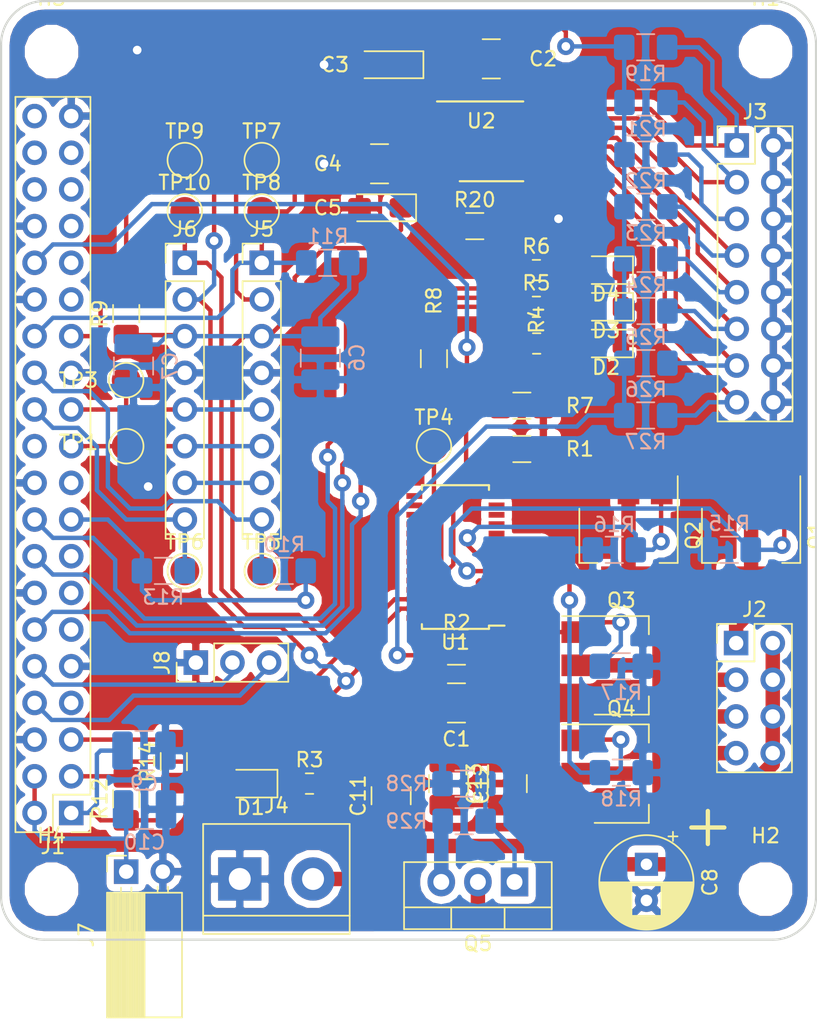
<source format=kicad_pcb>
(kicad_pcb (version 20171130) (host pcbnew 5.0.2-bee76a0~70~ubuntu18.04.1)
  (layers (0 F.Cu signal) (31 B.Cu signal) (34 B.Paste user hide) (35 F.Paste user) (36 B.SilkS user hide) (37 F.SilkS user hide) (38 B.Mask user hide) (39 F.Mask user hide) (44 Edge.Cuts user))
  (net 0 "")
  (net 1 ~CE0)
  (net 2 MOSI0)
  (net 3 MISO0)
  (net 4 SCLK0)
  (net 5 GND)
  (net 6 +3V3)
  (net 7 SDA1)
  (net 8 SCL1)
  (net 9 SCL0)
  (net 10 SDA0)
  (net 11 ~CE1)
  (net 12 +5V)
  (net 13 "Net-(J1-Pad7)")
  (net 14 "Net-(J1-Pad11)")
  (net 15 "Net-(J1-Pad13)")
  (net 16 "Net-(J1-Pad15)")
  (net 17 "Net-(J1-Pad22)")
  (net 18 "Net-(J1-Pad29)")
  (net 19 "Net-(J1-Pad31)")
  (net 20 "Net-(J1-Pad33)")
  (net 21 "Net-(J1-Pad35)")
  (net 22 "Net-(J1-Pad36)")
  (net 23 "Net-(J1-Pad37)")
  (net 24 "Net-(J1-Pad38)")
  (net 25 "Net-(J1-Pad40)")
  (net 26 28V)
  (net 27 TXD)
  (net 28 RXD)
  (net 29 ~OE)
  (net 30 /pwr0)
  (net 31 /pwr1)
  (net 32 /pwr2)
  (net 33 /pwr3)
  (net 34 /inpt_hicurrent)
  (net 35 "Net-(Q1-Pad1)")
  (net 36 "Net-(Q2-Pad1)")
  (net 37 "Net-(Q3-Pad1)")
  (net 38 "Net-(Q4-Pad1)")
  (net 39 "Net-(R1-Pad1)")
  (net 40 "Net-(R2-Pad1)")
  (net 41 "Net-(R7-Pad1)")
  (net 42 "Net-(U1-Pad10)")
  (net 43 "Net-(U1-Pad11)")
  (net 44 "Net-(U1-Pad12)")
  (net 45 "Net-(U1-Pad13)")
  (net 46 "Net-(U1-Pad15)")
  (net 47 "Net-(U1-Pad16)")
  (net 48 "Net-(U1-Pad17)")
  (net 49 "Net-(U1-Pad18)")
  (net 50 "Net-(U1-Pad19)")
  (net 51 "Net-(U1-Pad20)")
  (net 52 "Net-(U1-Pad21)")
  (net 53 "Net-(U1-Pad22)")
  (net 54 "Net-(U2-Pad6)")
  (net 55 "Net-(C11-Pad2)")
  (net 56 "Net-(C12-Pad2)")
  (net 57 "Net-(Q5-Pad1)")
  (net 58 "Net-(J3-Pad1)")
  (net 59 "Net-(J3-Pad3)")
  (net 60 "Net-(J3-Pad5)")
  (net 61 "Net-(J3-Pad7)")
  (net 62 "Net-(J3-Pad9)")
  (net 63 "Net-(J3-Pad11)")
  (net 64 "Net-(J3-Pad13)")
  (net 65 "Net-(J3-Pad15)")
  (net 66 "Net-(R20-Pad1)")
  (net 67 "Net-(D1-Pad1)")
  (net 68 "Net-(D2-Pad2)")
  (net 69 "Net-(D3-Pad2)")
  (net 70 "Net-(D4-Pad2)")
  (net 71 LED_GREEN)
  (net 72 LED_YELLOW)
  (net 73 LED_RED)
  (net 74 "Net-(J1-Pad19)")
  (module Package_TO_SOT_SMD:SOT-223 (layer F.Cu) (at 93 138.5)
    (fp_text reference Q4 (at 0 -4.5) (layer F.SilkS))
    (fp_text value Q_NMOS_GDSD)
    (pad 1 smd rect (at -3.15 -2.3) (size 2 1.5) (layers F.Cu F.Paste F.Mask) (net 38 "Net-(Q4-Pad1)"))
    (pad 3 smd rect (at -3.15 2.3) (size 2 1.5) (layers F.Cu F.Paste F.Mask) (net 5 GND))
    (pad 2 smd rect (at -3.15 0) (size 2 1.5) (layers F.Cu F.Paste F.Mask) (net 33 /pwr3))
    (pad 4 smd rect (at 3.15 0) (size 2 3.8) (layers F.Cu F.Paste F.Mask) (net 33 /pwr3))
  )
  (module Package_SO:TSSOP-28_4.4x9.7mm_P0.65mm (layer F.Cu) (at 81.5 123.5 180)
    (fp_text reference U1 (at 0 -5.9 180) (layer F.SilkS))
    (fp_text value PCA9685PW)
    (pad 1 smd rect (at -2.85 -4.225 180) (size 1.1 0.4) (layers F.Cu F.Paste F.Mask) (net 40 "Net-(R2-Pad1)"))
    (pad 2 smd rect (at -2.85 -3.575 180) (size 1.1 0.4) (layers F.Cu F.Paste F.Mask) (net 5 GND))
    (pad 3 smd rect (at -2.85 -2.925 180) (size 1.1 0.4) (layers F.Cu F.Paste F.Mask) (net 6 +3V3))
    (pad 4 smd rect (at -2.85 -2.275 180) (size 1.1 0.4) (layers F.Cu F.Paste F.Mask) (net 5 GND))
    (pad 5 smd rect (at -2.85 -1.625 180) (size 1.1 0.4) (layers F.Cu F.Paste F.Mask) (net 6 +3V3))
    (pad 6 smd rect (at -2.85 -0.975 180) (size 1.1 0.4) (layers F.Cu F.Paste F.Mask) (net 35 "Net-(Q1-Pad1)"))
    (pad 7 smd rect (at -2.85 -0.325 180) (size 1.1 0.4) (layers F.Cu F.Paste F.Mask) (net 36 "Net-(Q2-Pad1)"))
    (pad 8 smd rect (at -2.85 0.325 180) (size 1.1 0.4) (layers F.Cu F.Paste F.Mask) (net 37 "Net-(Q3-Pad1)"))
    (pad 9 smd rect (at -2.85 0.975 180) (size 1.1 0.4) (layers F.Cu F.Paste F.Mask) (net 38 "Net-(Q4-Pad1)"))
    (pad 10 smd rect (at -2.85 1.625 180) (size 1.1 0.4) (layers F.Cu F.Paste F.Mask) (net 42 "Net-(U1-Pad10)"))
    (pad 11 smd rect (at -2.85 2.275 180) (size 1.1 0.4) (layers F.Cu F.Paste F.Mask) (net 43 "Net-(U1-Pad11)"))
    (pad 12 smd rect (at -2.85 2.925 180) (size 1.1 0.4) (layers F.Cu F.Paste F.Mask) (net 44 "Net-(U1-Pad12)"))
    (pad 13 smd rect (at -2.85 3.575 180) (size 1.1 0.4) (layers F.Cu F.Paste F.Mask) (net 45 "Net-(U1-Pad13)"))
    (pad 14 smd rect (at -2.85 4.225 180) (size 1.1 0.4) (layers F.Cu F.Paste F.Mask) (net 5 GND))
    (pad 15 smd rect (at 2.85 4.225 180) (size 1.1 0.4) (layers F.Cu F.Paste F.Mask) (net 46 "Net-(U1-Pad15)"))
    (pad 16 smd rect (at 2.85 3.575 180) (size 1.1 0.4) (layers F.Cu F.Paste F.Mask) (net 47 "Net-(U1-Pad16)"))
    (pad 17 smd rect (at 2.85 2.925 180) (size 1.1 0.4) (layers F.Cu F.Paste F.Mask) (net 48 "Net-(U1-Pad17)"))
    (pad 18 smd rect (at 2.85 2.275 180) (size 1.1 0.4) (layers F.Cu F.Paste F.Mask) (net 49 "Net-(U1-Pad18)"))
    (pad 19 smd rect (at 2.85 1.625 180) (size 1.1 0.4) (layers F.Cu F.Paste F.Mask) (net 50 "Net-(U1-Pad19)"))
    (pad 20 smd rect (at 2.85 0.975 180) (size 1.1 0.4) (layers F.Cu F.Paste F.Mask) (net 51 "Net-(U1-Pad20)"))
    (pad 21 smd rect (at 2.85 0.325 180) (size 1.1 0.4) (layers F.Cu F.Paste F.Mask) (net 52 "Net-(U1-Pad21)"))
    (pad 22 smd rect (at 2.85 -0.325 180) (size 1.1 0.4) (layers F.Cu F.Paste F.Mask) (net 53 "Net-(U1-Pad22)"))
    (pad 23 smd rect (at 2.85 -0.975 180) (size 1.1 0.4) (layers F.Cu F.Paste F.Mask) (net 29 ~OE))
    (pad 24 smd rect (at 2.85 -1.625 180) (size 1.1 0.4) (layers F.Cu F.Paste F.Mask) (net 41 "Net-(R7-Pad1)"))
    (pad 25 smd rect (at 2.85 -2.275 180) (size 1.1 0.4) (layers F.Cu F.Paste F.Mask) (net 39 "Net-(R1-Pad1)"))
    (pad 26 smd rect (at 2.85 -2.925 180) (size 1.1 0.4) (layers F.Cu F.Paste F.Mask) (net 8 SCL1))
    (pad 27 smd rect (at 2.85 -3.575 180) (size 1.1 0.4) (layers F.Cu F.Paste F.Mask) (net 7 SDA1))
    (pad 28 smd rect (at 2.85 -4.225 180) (size 1.1 0.4) (layers F.Cu F.Paste F.Mask) (net 6 +3V3))
  )
  (module Connector_PinHeader_2.54mm:PinHeader_1x08_P2.54mm_Vertical (layer F.Cu) (at 68.072 103.124)
    (fp_text reference J5 (at 0 -2.33) (layer F.SilkS))
    (fp_text value Conn_01x08_Male)
    (pad 8 thru_hole oval (at 0 17.78) (size 1.7 1.7) (drill 1) (layers *.Cu *.Mask) (net 11 ~CE1))
    (pad 7 thru_hole oval (at 0 15.24) (size 1.7 1.7) (drill 1) (layers *.Cu *.Mask) (net 2 MOSI0))
    (pad 6 thru_hole oval (at 0 12.7) (size 1.7 1.7) (drill 1) (layers *.Cu *.Mask) (net 3 MISO0))
    (pad 5 thru_hole oval (at 0 10.16) (size 1.7 1.7) (drill 1) (layers *.Cu *.Mask) (net 4 SCLK0))
    (pad 4 thru_hole oval (at 0 7.62) (size 1.7 1.7) (drill 1) (layers *.Cu *.Mask) (net 5 GND))
    (pad 3 thru_hole oval (at 0 5.08) (size 1.7 1.7) (drill 1) (layers *.Cu *.Mask) (net 6 +3V3))
    (pad 2 thru_hole oval (at 0 2.54) (size 1.7 1.7) (drill 1) (layers *.Cu *.Mask) (net 10 SDA0))
    (pad 1 thru_hole rect (at 0 0) (size 1.7 1.7) (drill 1) (layers *.Cu *.Mask) (net 9 SCL0))
  )
  (module TestPoint:TestPoint_Pad_D2.0mm (layer F.Cu) (at 58.674 115.824 180)
    (fp_text reference TP1 (at 3.302 0.254 180) (layer F.SilkS))
    (fp_text value TestPoint)
    (pad 1 smd circle (at 0 0 180) (size 2 2) (layers F.Cu F.Mask) (net 3 MISO0))
  )
  (module TestPoint:TestPoint_Pad_D2.0mm (layer F.Cu) (at 58.674 111.252 180)
    (fp_text reference TP3 (at 3.302 0 180) (layer F.SilkS))
    (fp_text value TestPoint)
    (pad 1 smd circle (at 0 0 180) (size 2 2) (layers F.Cu F.Mask) (net 4 SCLK0))
  )
  (module TestPoint:TestPoint_Pad_D2.0mm (layer F.Cu) (at 80.01 115.824)
    (fp_text reference TP4 (at 0 -1.998) (layer F.SilkS))
    (fp_text value TestPoint)
    (pad 1 smd circle (at 0 0) (size 2 2) (layers F.Cu F.Mask) (net 29 ~OE))
  )
  (module TestPoint:TestPoint_Pad_D2.0mm (layer F.Cu) (at 68.072 124.46)
    (fp_text reference TP5 (at 0 -1.998) (layer F.SilkS))
    (fp_text value TestPoint)
    (pad 1 smd circle (at 0 0) (size 2 2) (layers F.Cu F.Mask) (net 11 ~CE1))
  )
  (module TestPoint:TestPoint_Pad_D2.0mm (layer F.Cu) (at 62.738 124.46)
    (fp_text reference TP6 (at 0 -1.998) (layer F.SilkS))
    (fp_text value TestPoint)
    (pad 1 smd circle (at 0 0) (size 2 2) (layers F.Cu F.Mask) (net 1 ~CE0))
  )
  (module TestPoint:TestPoint_Pad_D2.0mm (layer F.Cu) (at 68.072 96.012)
    (fp_text reference TP7 (at 0 -1.998) (layer F.SilkS))
    (fp_text value TestPoint)
    (pad 1 smd circle (at 0 0) (size 2 2) (layers F.Cu F.Mask) (net 10 SDA0))
  )
  (module TestPoint:TestPoint_Pad_D2.0mm (layer F.Cu) (at 68.072 99.568)
    (fp_text reference TP8 (at 0 -1.998) (layer F.SilkS))
    (fp_text value TestPoint)
    (pad 1 smd circle (at 0 0) (size 2 2) (layers F.Cu F.Mask) (net 9 SCL0))
  )
  (module TestPoint:TestPoint_Pad_D2.0mm (layer F.Cu) (at 62.738 96.012)
    (fp_text reference TP9 (at 0 -1.998) (layer F.SilkS))
    (fp_text value TestPoint)
    (pad 1 smd circle (at 0 0) (size 2 2) (layers F.Cu F.Mask) (net 7 SDA1))
  )
  (module TestPoint:TestPoint_Pad_D2.0mm (layer F.Cu) (at 62.738 99.568)
    (fp_text reference TP10 (at 0 -1.998) (layer F.SilkS))
    (fp_text value TestPoint)
    (pad 1 smd circle (at 0 0) (size 2 2) (layers F.Cu F.Mask) (net 8 SCL1))
  )
  (module Connector_PinHeader_2.54mm:PinHeader_2x20_P2.54mm_Vertical (layer F.Cu) (at 54.864 141.224 180)
    (fp_text reference J1 (at 1.27 -2.33 180) (layer F.SilkS))
    (fp_text value Raspberry_Pi_2_3)
    (pad 1 thru_hole rect (at 0 0 180) (size 1.7 1.7) (drill 1) (layers *.Cu *.Mask) (net 6 +3V3))
    (pad 2 thru_hole oval (at 2.54 0 180) (size 1.7 1.7) (drill 1) (layers *.Cu *.Mask) (net 12 +5V))
    (pad 3 thru_hole oval (at 0 2.54 180) (size 1.7 1.7) (drill 1) (layers *.Cu *.Mask) (net 7 SDA1))
    (pad 4 thru_hole oval (at 2.54 2.54 180) (size 1.7 1.7) (drill 1) (layers *.Cu *.Mask) (net 12 +5V))
    (pad 5 thru_hole oval (at 0 5.08 180) (size 1.7 1.7) (drill 1) (layers *.Cu *.Mask) (net 8 SCL1))
    (pad 6 thru_hole oval (at 2.54 5.08 180) (size 1.7 1.7) (drill 1) (layers *.Cu *.Mask) (net 5 GND))
    (pad 7 thru_hole oval (at 0 7.62 180) (size 1.7 1.7) (drill 1) (layers *.Cu *.Mask) (net 13 "Net-(J1-Pad7)"))
    (pad 8 thru_hole oval (at 2.54 7.62 180) (size 1.7 1.7) (drill 1) (layers *.Cu *.Mask) (net 27 TXD))
    (pad 9 thru_hole oval (at 0 10.16 180) (size 1.7 1.7) (drill 1) (layers *.Cu *.Mask) (net 5 GND))
    (pad 10 thru_hole oval (at 2.54 10.16 180) (size 1.7 1.7) (drill 1) (layers *.Cu *.Mask) (net 28 RXD))
    (pad 11 thru_hole oval (at 0 12.7 180) (size 1.7 1.7) (drill 1) (layers *.Cu *.Mask) (net 14 "Net-(J1-Pad11)"))
    (pad 12 thru_hole oval (at 2.54 12.7 180) (size 1.7 1.7) (drill 1) (layers *.Cu *.Mask) (net 71 LED_GREEN))
    (pad 13 thru_hole oval (at 0 15.24 180) (size 1.7 1.7) (drill 1) (layers *.Cu *.Mask) (net 15 "Net-(J1-Pad13)"))
    (pad 14 thru_hole oval (at 2.54 15.24 180) (size 1.7 1.7) (drill 1) (layers *.Cu *.Mask) (net 5 GND))
    (pad 15 thru_hole oval (at 0 17.78 180) (size 1.7 1.7) (drill 1) (layers *.Cu *.Mask) (net 16 "Net-(J1-Pad15)"))
    (pad 16 thru_hole oval (at 2.54 17.78 180) (size 1.7 1.7) (drill 1) (layers *.Cu *.Mask) (net 72 LED_YELLOW))
    (pad 17 thru_hole oval (at 0 20.32 180) (size 1.7 1.7) (drill 1) (layers *.Cu *.Mask) (net 6 +3V3))
    (pad 18 thru_hole oval (at 2.54 20.32 180) (size 1.7 1.7) (drill 1) (layers *.Cu *.Mask) (net 73 LED_RED))
    (pad 19 thru_hole oval (at 0 22.86 180) (size 1.7 1.7) (drill 1) (layers *.Cu *.Mask) (net 74 "Net-(J1-Pad19)"))
    (pad 20 thru_hole oval (at 2.54 22.86 180) (size 1.7 1.7) (drill 1) (layers *.Cu *.Mask) (net 5 GND))
    (pad 21 thru_hole oval (at 0 25.4 180) (size 1.7 1.7) (drill 1) (layers *.Cu *.Mask) (net 3 MISO0))
    (pad 22 thru_hole oval (at 2.54 25.4 180) (size 1.7 1.7) (drill 1) (layers *.Cu *.Mask) (net 17 "Net-(J1-Pad22)"))
    (pad 23 thru_hole oval (at 0 27.94 180) (size 1.7 1.7) (drill 1) (layers *.Cu *.Mask) (net 4 SCLK0))
    (pad 24 thru_hole oval (at 2.54 27.94 180) (size 1.7 1.7) (drill 1) (layers *.Cu *.Mask) (net 1 ~CE0))
    (pad 25 thru_hole oval (at 0 30.48 180) (size 1.7 1.7) (drill 1) (layers *.Cu *.Mask) (net 5 GND))
    (pad 26 thru_hole oval (at 2.54 30.48 180) (size 1.7 1.7) (drill 1) (layers *.Cu *.Mask) (net 11 ~CE1))
    (pad 27 thru_hole oval (at 0 33.02 180) (size 1.7 1.7) (drill 1) (layers *.Cu *.Mask) (net 10 SDA0))
    (pad 28 thru_hole oval (at 2.54 33.02 180) (size 1.7 1.7) (drill 1) (layers *.Cu *.Mask) (net 9 SCL0))
    (pad 29 thru_hole oval (at 0 35.56 180) (size 1.7 1.7) (drill 1) (layers *.Cu *.Mask) (net 18 "Net-(J1-Pad29)"))
    (pad 30 thru_hole oval (at 2.54 35.56 180) (size 1.7 1.7) (drill 1) (layers *.Cu *.Mask) (net 5 GND))
    (pad 31 thru_hole oval (at 0 38.1 180) (size 1.7 1.7) (drill 1) (layers *.Cu *.Mask) (net 19 "Net-(J1-Pad31)"))
    (pad 32 thru_hole oval (at 2.54 38.1 180) (size 1.7 1.7) (drill 1) (layers *.Cu *.Mask) (net 29 ~OE))
    (pad 33 thru_hole oval (at 0 40.64 180) (size 1.7 1.7) (drill 1) (layers *.Cu *.Mask) (net 20 "Net-(J1-Pad33)"))
    (pad 34 thru_hole oval (at 2.54 40.64 180) (size 1.7 1.7) (drill 1) (layers *.Cu *.Mask) (net 5 GND))
    (pad 35 thru_hole oval (at 0 43.18 180) (size 1.7 1.7) (drill 1) (layers *.Cu *.Mask) (net 21 "Net-(J1-Pad35)"))
    (pad 36 thru_hole oval (at 2.54 43.18 180) (size 1.7 1.7) (drill 1) (layers *.Cu *.Mask) (net 22 "Net-(J1-Pad36)"))
    (pad 37 thru_hole oval (at 0 45.72 180) (size 1.7 1.7) (drill 1) (layers *.Cu *.Mask) (net 23 "Net-(J1-Pad37)"))
    (pad 38 thru_hole oval (at 2.54 45.72 180) (size 1.7 1.7) (drill 1) (layers *.Cu *.Mask) (net 24 "Net-(J1-Pad38)"))
    (pad 39 thru_hole oval (at 0 48.26 180) (size 1.7 1.7) (drill 1) (layers *.Cu *.Mask) (net 5 GND))
    (pad 40 thru_hole oval (at 2.54 48.26 180) (size 1.7 1.7) (drill 1) (layers *.Cu *.Mask) (net 25 "Net-(J1-Pad40)"))
  )
  (module Capacitor_SMD:C_1210_3225Metric_Pad1.42x2.65mm_HandSolder (layer F.Cu) (at 81.5705 133.604)
    (fp_text reference C1 (at -0.0125 2.5) (layer F.SilkS))
    (fp_text value 0.1uF)
    (pad 2 smd roundrect (at 1.4875 0) (size 1.425 2.65) (layers F.Cu F.Paste F.Mask) (roundrect_rratio 0.175439) (net 5 GND))
    (pad 1 smd roundrect (at -1.4875 0) (size 1.425 2.65) (layers F.Cu F.Paste F.Mask) (roundrect_rratio 0.175439) (net 6 +3V3))
  )
  (module Capacitor_SMD:C_1210_3225Metric_Pad1.42x2.65mm_HandSolder (layer F.Cu) (at 83.9875 89)
    (fp_text reference C2 (at 3.5925 0) (layer F.SilkS))
    (fp_text value 0.1uF)
    (pad 2 smd roundrect (at 1.4875 0) (size 1.425 2.65) (layers F.Cu F.Paste F.Mask) (roundrect_rratio 0.175439) (net 5 GND))
    (pad 1 smd roundrect (at -1.4875 0) (size 1.425 2.65) (layers F.Cu F.Paste F.Mask) (roundrect_rratio 0.175439) (net 6 +3V3))
  )
  (module Capacitor_Tantalum_SMD:CP_EIA-3216-18_Kemet-A_Pad1.58x1.35mm_HandSolder (layer F.Cu) (at 76.7945 89.408 180)
    (fp_text reference C3 (at 3.6425 0 180) (layer F.SilkS))
    (fp_text value 1uF)
    (pad 2 smd roundrect (at 1.4375 0 180) (size 1.575 1.35) (layers F.Cu F.Paste F.Mask) (roundrect_rratio 0.185185) (net 5 GND))
    (pad 1 smd roundrect (at -1.4375 0 180) (size 1.575 1.35) (layers F.Cu F.Paste F.Mask) (roundrect_rratio 0.185185) (net 6 +3V3))
  )
  (module Capacitor_SMD:C_1210_3225Metric_Pad1.42x2.65mm_HandSolder (layer F.Cu) (at 76.2365 96.266 180)
    (fp_text reference C4 (at 3.5925 0 180) (layer F.SilkS))
    (fp_text value 0.1uF)
    (pad 1 smd roundrect (at -1.4875 0 180) (size 1.425 2.65) (layers F.Cu F.Paste F.Mask) (roundrect_rratio 0.175439) (net 6 +3V3))
    (pad 2 smd roundrect (at 1.4875 0 180) (size 1.425 2.65) (layers F.Cu F.Paste F.Mask) (roundrect_rratio 0.175439) (net 5 GND))
  )
  (module Capacitor_Tantalum_SMD:CP_EIA-3216-18_Kemet-A_Pad1.58x1.35mm_HandSolder (layer F.Cu) (at 76.2865 99.314 180)
    (fp_text reference C5 (at 3.6425 0 180) (layer F.SilkS))
    (fp_text value 1uF)
    (pad 1 smd roundrect (at -1.4375 0 180) (size 1.575 1.35) (layers F.Cu F.Paste F.Mask) (roundrect_rratio 0.185185) (net 6 +3V3))
    (pad 2 smd roundrect (at 1.4375 0 180) (size 1.575 1.35) (layers F.Cu F.Paste F.Mask) (roundrect_rratio 0.185185) (net 5 GND))
  )
  (module Capacitor_SMD:C_1210_3225Metric_Pad1.42x2.65mm_HandSolder (layer B.Cu) (at 72.136 109.728 270)
    (fp_text reference C6 (at -0.0365 -2.54 270) (layer B.SilkS) (effects (justify mirror)))
    (fp_text value 0.1uF)
    (pad 2 smd roundrect (at 1.4875 0 270) (size 1.425 2.65) (layers B.Cu B.Paste B.Mask) (roundrect_rratio 0.175439) (net 5 GND))
    (pad 1 smd roundrect (at -1.4875 0 270) (size 1.425 2.65) (layers B.Cu B.Paste B.Mask) (roundrect_rratio 0.175439) (net 6 +3V3))
  )
  (module Capacitor_SMD:C_1210_3225Metric_Pad1.42x2.65mm_HandSolder (layer B.Cu) (at 59.182 110.2725 270)
    (fp_text reference C7 (at 0 -2.54 270) (layer B.SilkS) (effects (justify mirror)))
    (fp_text value 0.1uF)
    (pad 1 smd roundrect (at -1.4875 0 270) (size 1.425 2.65) (layers B.Cu B.Paste B.Mask) (roundrect_rratio 0.175439) (net 6 +3V3))
    (pad 2 smd roundrect (at 1.4875 0 270) (size 1.425 2.65) (layers B.Cu B.Paste B.Mask) (roundrect_rratio 0.175439) (net 5 GND))
  )
  (module Capacitor_THT:CP_Radial_D6.3mm_P2.50mm (layer F.Cu) (at 94.742 144.78 270)
    (fp_text reference C8 (at 1.25 -4.4 270) (layer F.SilkS))
    (fp_text value "47uF 60V")
    (pad 1 thru_hole rect (at 0 0 270) (size 1.6 1.6) (drill 0.8) (layers *.Cu *.Mask) (net 26 28V))
    (pad 2 thru_hole circle (at 2.5 0 270) (size 1.6 1.6) (drill 0.8) (layers *.Cu *.Mask) (net 5 GND))
  )
  (module Capacitor_SMD:C_1210_3225Metric_Pad1.42x2.65mm_HandSolder (layer B.Cu) (at 59.9075 136.906)
    (fp_text reference C9 (at 0 2.28) (layer B.SilkS) (effects (justify mirror)))
    (fp_text value 0.1uF)
    (pad 1 smd roundrect (at -1.4875 0) (size 1.425 2.65) (layers B.Cu B.Paste B.Mask) (roundrect_rratio 0.175439) (net 6 +3V3))
    (pad 2 smd roundrect (at 1.4875 0) (size 1.425 2.65) (layers B.Cu B.Paste B.Mask) (roundrect_rratio 0.175439) (net 5 GND))
  )
  (module Capacitor_SMD:C_1210_3225Metric_Pad1.42x2.65mm_HandSolder (layer B.Cu) (at 59.944 140.97)
    (fp_text reference C10 (at 0 2.28) (layer B.SilkS) (effects (justify mirror)))
    (fp_text value 0.1uF)
    (pad 1 smd roundrect (at -1.4875 0) (size 1.425 2.65) (layers B.Cu B.Paste B.Mask) (roundrect_rratio 0.175439) (net 12 +5V))
    (pad 2 smd roundrect (at 1.4875 0) (size 1.425 2.65) (layers B.Cu B.Paste B.Mask) (roundrect_rratio 0.175439) (net 5 GND))
  )
  (module Package_TO_SOT_SMD:SOT-223 (layer F.Cu) (at 102 122 270)
    (fp_text reference Q1 (at 0 -4.5 270) (layer F.SilkS))
    (fp_text value Q_NMOS_GDSD)
    (pad 4 smd rect (at 3.15 0 270) (size 2 3.8) (layers F.Cu F.Paste F.Mask) (net 30 /pwr0))
    (pad 2 smd rect (at -3.15 0 270) (size 2 1.5) (layers F.Cu F.Paste F.Mask) (net 30 /pwr0))
    (pad 3 smd rect (at -3.15 2.3 270) (size 2 1.5) (layers F.Cu F.Paste F.Mask) (net 5 GND))
    (pad 1 smd rect (at -3.15 -2.3 270) (size 2 1.5) (layers F.Cu F.Paste F.Mask) (net 35 "Net-(Q1-Pad1)"))
  )
  (module Package_TO_SOT_SMD:SOT-223 (layer F.Cu) (at 93.5 122 270)
    (fp_text reference Q2 (at 0 -4.5 270) (layer F.SilkS))
    (fp_text value Q_NMOS_GDSD)
    (pad 1 smd rect (at -3.15 -2.3 270) (size 2 1.5) (layers F.Cu F.Paste F.Mask) (net 36 "Net-(Q2-Pad1)"))
    (pad 3 smd rect (at -3.15 2.3 270) (size 2 1.5) (layers F.Cu F.Paste F.Mask) (net 5 GND))
    (pad 2 smd rect (at -3.15 0 270) (size 2 1.5) (layers F.Cu F.Paste F.Mask) (net 31 /pwr1))
    (pad 4 smd rect (at 3.15 0 270) (size 2 3.8) (layers F.Cu F.Paste F.Mask) (net 31 /pwr1))
  )
  (module Package_TO_SOT_SMD:SOT-223 (layer F.Cu) (at 93 131)
    (fp_text reference Q3 (at 0 -4.5) (layer F.SilkS))
    (fp_text value Q_NMOS_GDSD)
    (pad 4 smd rect (at 3.15 0) (size 2 3.8) (layers F.Cu F.Paste F.Mask) (net 32 /pwr2))
    (pad 2 smd rect (at -3.15 0) (size 2 1.5) (layers F.Cu F.Paste F.Mask) (net 32 /pwr2))
    (pad 3 smd rect (at -3.15 2.3) (size 2 1.5) (layers F.Cu F.Paste F.Mask) (net 5 GND))
    (pad 1 smd rect (at -3.15 -2.3) (size 2 1.5) (layers F.Cu F.Paste F.Mask) (net 37 "Net-(Q3-Pad1)"))
  )
  (module Package_TO_SOT_THT:TO-220-3_Vertical (layer F.Cu) (at 85.598 146 180)
    (fp_text reference Q5 (at 2.54 -4.27 180) (layer F.SilkS))
    (fp_text value "IRF9Z34 PMOS_GDS")
    (pad 1 thru_hole rect (at 0 0 180) (size 1.905 2) (drill 1.1) (layers *.Cu *.Mask) (net 57 "Net-(Q5-Pad1)"))
    (pad 2 thru_hole oval (at 2.54 0 180) (size 1.905 2) (drill 1.1) (layers *.Cu *.Mask) (net 34 /inpt_hicurrent))
    (pad 3 thru_hole oval (at 5.08 0 180) (size 1.905 2) (drill 1.1) (layers *.Cu *.Mask) (net 26 28V))
  )
  (module Resistor_SMD:R_1206_3216Metric_Pad1.42x1.75mm_HandSolder (layer F.Cu) (at 86.1075 116.02)
    (fp_text reference R1 (at 4.0125 0) (layer F.SilkS))
    (fp_text value 10K)
    (pad 2 smd roundrect (at 1.4875 0) (size 1.425 1.75) (layers F.Cu F.Paste F.Mask) (roundrect_rratio 0.175439) (net 5 GND))
    (pad 1 smd roundrect (at -1.4875 0) (size 1.425 1.75) (layers F.Cu F.Paste F.Mask) (roundrect_rratio 0.175439) (net 39 "Net-(R1-Pad1)"))
  )
  (module Resistor_SMD:R_1206_3216Metric_Pad1.42x1.75mm_HandSolder (layer F.Cu) (at 81.5705 130.048 180)
    (fp_text reference R2 (at -0.0125 2 180) (layer F.SilkS))
    (fp_text value 10K)
    (pad 2 smd roundrect (at 1.4875 0 180) (size 1.425 1.75) (layers F.Cu F.Paste F.Mask) (roundrect_rratio 0.175439) (net 6 +3V3))
    (pad 1 smd roundrect (at -1.4875 0 180) (size 1.425 1.75) (layers F.Cu F.Paste F.Mask) (roundrect_rratio 0.175439) (net 40 "Net-(R2-Pad1)"))
  )
  (module Resistor_SMD:R_1206_3216Metric_Pad1.42x1.75mm_HandSolder (layer F.Cu) (at 86.1075 113.02)
    (fp_text reference R7 (at 4.0125 0) (layer F.SilkS))
    (fp_text value 10K)
    (pad 1 smd roundrect (at -1.4875 0) (size 1.425 1.75) (layers F.Cu F.Paste F.Mask) (roundrect_rratio 0.175439) (net 41 "Net-(R7-Pad1)"))
    (pad 2 smd roundrect (at 1.4875 0) (size 1.425 1.75) (layers F.Cu F.Paste F.Mask) (roundrect_rratio 0.175439) (net 5 GND))
  )
  (module Resistor_SMD:R_1206_3216Metric_Pad1.42x1.75mm_HandSolder (layer F.Cu) (at 80.01 109.7645 90)
    (fp_text reference R8 (at 4.0125 0 90) (layer F.SilkS))
    (fp_text value 10K)
    (pad 1 smd roundrect (at -1.4875 0 90) (size 1.425 1.75) (layers F.Cu F.Paste F.Mask) (roundrect_rratio 0.175439) (net 29 ~OE))
    (pad 2 smd roundrect (at 1.4875 0 90) (size 1.425 1.75) (layers F.Cu F.Paste F.Mask) (roundrect_rratio 0.175439) (net 5 GND))
  )
  (module Resistor_SMD:R_1206_3216Metric_Pad1.42x1.75mm_HandSolder (layer F.Cu) (at 58.674 106.6435 90)
    (fp_text reference R9 (at 0 -1.82 90) (layer F.SilkS))
    (fp_text value 10K)
    (pad 1 smd roundrect (at -1.4875 0 90) (size 1.425 1.75) (layers F.Cu F.Paste F.Mask) (roundrect_rratio 0.175439) (net 6 +3V3))
    (pad 2 smd roundrect (at 1.4875 0 90) (size 1.425 1.75) (layers F.Cu F.Paste F.Mask) (roundrect_rratio 0.175439) (net 10 SDA0))
  )
  (module Resistor_SMD:R_1206_3216Metric_Pad1.42x1.75mm_HandSolder (layer B.Cu) (at 69.6325 124.46 180)
    (fp_text reference R10 (at 0 1.82 180) (layer B.SilkS) (effects (justify mirror)))
    (fp_text value 10K)
    (pad 1 smd roundrect (at -1.4875 0 180) (size 1.425 1.75) (layers B.Cu B.Paste B.Mask) (roundrect_rratio 0.175439) (net 6 +3V3))
    (pad 2 smd roundrect (at 1.4875 0 180) (size 1.425 1.75) (layers B.Cu B.Paste B.Mask) (roundrect_rratio 0.175439) (net 11 ~CE1))
  )
  (module Resistor_SMD:R_1206_3216Metric_Pad1.42x1.75mm_HandSolder (layer B.Cu) (at 72.644 103.124 180)
    (fp_text reference R11 (at 0 1.82 180) (layer B.SilkS) (effects (justify mirror)))
    (fp_text value 10K)
    (pad 2 smd roundrect (at 1.4875 0 180) (size 1.425 1.75) (layers B.Cu B.Paste B.Mask) (roundrect_rratio 0.175439) (net 9 SCL0))
    (pad 1 smd roundrect (at -1.4875 0 180) (size 1.425 1.75) (layers B.Cu B.Paste B.Mask) (roundrect_rratio 0.175439) (net 6 +3V3))
  )
  (module Resistor_SMD:R_1206_3216Metric_Pad1.42x1.75mm_HandSolder (layer F.Cu) (at 58.674 140.2445 90)
    (fp_text reference R12 (at 0 -1.82 90) (layer F.SilkS))
    (fp_text value 10K)
    (pad 1 smd roundrect (at -1.4875 0 90) (size 1.425 1.75) (layers F.Cu F.Paste F.Mask) (roundrect_rratio 0.175439) (net 6 +3V3))
    (pad 2 smd roundrect (at 1.4875 0 90) (size 1.425 1.75) (layers F.Cu F.Paste F.Mask) (roundrect_rratio 0.175439) (net 7 SDA1))
  )
  (module Resistor_SMD:R_1206_3216Metric_Pad1.42x1.75mm_HandSolder (layer B.Cu) (at 61.2505 124.46)
    (fp_text reference R13 (at 0 1.82) (layer B.SilkS) (effects (justify mirror)))
    (fp_text value 10K)
    (pad 2 smd roundrect (at 1.4875 0) (size 1.425 1.75) (layers B.Cu B.Paste B.Mask) (roundrect_rratio 0.175439) (net 1 ~CE0))
    (pad 1 smd roundrect (at -1.4875 0) (size 1.425 1.75) (layers B.Cu B.Paste B.Mask) (roundrect_rratio 0.175439) (net 6 +3V3))
  )
  (module Resistor_SMD:R_1206_3216Metric_Pad1.42x1.75mm_HandSolder (layer F.Cu) (at 61.976 137.668 90)
    (fp_text reference R14 (at 0 -1.82 90) (layer F.SilkS))
    (fp_text value 10K)
    (pad 2 smd roundrect (at 1.4875 0 90) (size 1.425 1.75) (layers F.Cu F.Paste F.Mask) (roundrect_rratio 0.175439) (net 8 SCL1))
    (pad 1 smd roundrect (at -1.4875 0 90) (size 1.425 1.75) (layers F.Cu F.Paste F.Mask) (roundrect_rratio 0.175439) (net 6 +3V3))
  )
  (module Resistor_SMD:R_1206_3216Metric_Pad1.42x1.75mm_HandSolder (layer B.Cu) (at 100.4875 123 180)
    (fp_text reference R15 (at 0 1.82 180) (layer B.SilkS) (effects (justify mirror)))
    (fp_text value 10K)
    (pad 1 smd roundrect (at -1.4875 0 180) (size 1.425 1.75) (layers B.Cu B.Paste B.Mask) (roundrect_rratio 0.175439) (net 35 "Net-(Q1-Pad1)"))
    (pad 2 smd roundrect (at 1.4875 0 180) (size 1.425 1.75) (layers B.Cu B.Paste B.Mask) (roundrect_rratio 0.175439) (net 5 GND))
  )
  (module Resistor_SMD:R_1206_3216Metric_Pad1.42x1.75mm_HandSolder (layer B.Cu) (at 92.5125 123 180)
    (fp_text reference R16 (at 0 1.75 180) (layer B.SilkS) (effects (justify mirror)))
    (fp_text value 10K)
    (pad 2 smd roundrect (at 1.4875 0 180) (size 1.425 1.75) (layers B.Cu B.Paste B.Mask) (roundrect_rratio 0.175439) (net 5 GND))
    (pad 1 smd roundrect (at -1.4875 0 180) (size 1.425 1.75) (layers B.Cu B.Paste B.Mask) (roundrect_rratio 0.175439) (net 36 "Net-(Q2-Pad1)"))
  )
  (module Resistor_SMD:R_1206_3216Metric_Pad1.42x1.75mm_HandSolder (layer B.Cu) (at 93 131.064)
    (fp_text reference R17 (at 0 1.82) (layer B.SilkS) (effects (justify mirror)))
    (fp_text value 10K)
    (pad 2 smd roundrect (at 1.4875 0) (size 1.425 1.75) (layers B.Cu B.Paste B.Mask) (roundrect_rratio 0.175439) (net 5 GND))
    (pad 1 smd roundrect (at -1.4875 0) (size 1.425 1.75) (layers B.Cu B.Paste B.Mask) (roundrect_rratio 0.175439) (net 37 "Net-(Q3-Pad1)"))
  )
  (module Resistor_SMD:R_1206_3216Metric_Pad1.42x1.75mm_HandSolder (layer B.Cu) (at 93.0005 138.43)
    (fp_text reference R18 (at 0 1.82) (layer B.SilkS) (effects (justify mirror)))
    (fp_text value 10K)
    (pad 2 smd roundrect (at 1.4875 0) (size 1.425 1.75) (layers B.Cu B.Paste B.Mask) (roundrect_rratio 0.175439) (net 5 GND))
    (pad 1 smd roundrect (at -1.4875 0) (size 1.425 1.75) (layers B.Cu B.Paste B.Mask) (roundrect_rratio 0.175439) (net 38 "Net-(Q4-Pad1)"))
  )
  (module Resistor_SMD:R_1206_3216Metric_Pad1.42x1.75mm_HandSolder (layer B.Cu) (at 94.6875 88.2)
    (fp_text reference R19 (at 0 1.82) (layer B.SilkS) (effects (justify mirror)))
    (fp_text value "18K 1%")
    (pad 1 smd roundrect (at -1.4875 0) (size 1.425 1.75) (layers B.Cu B.Paste B.Mask) (roundrect_rratio 0.175439) (net 6 +3V3))
    (pad 2 smd roundrect (at 1.4875 0) (size 1.425 1.75) (layers B.Cu B.Paste B.Mask) (roundrect_rratio 0.175439) (net 58 "Net-(J3-Pad1)"))
  )
  (module Resistor_SMD:R_1206_3216Metric_Pad1.42x1.75mm_HandSolder (layer F.Cu) (at 82.8405 100.584)
    (fp_text reference R20 (at 0 -1.82) (layer F.SilkS))
    (fp_text value 10K)
    (pad 2 smd roundrect (at 1.4875 0) (size 1.425 1.75) (layers F.Cu F.Paste F.Mask) (roundrect_rratio 0.175439) (net 5 GND))
    (pad 1 smd roundrect (at -1.4875 0) (size 1.425 1.75) (layers F.Cu F.Paste F.Mask) (roundrect_rratio 0.175439) (net 66 "Net-(R20-Pad1)"))
  )
  (module Resistor_SMD:R_1206_3216Metric_Pad1.42x1.75mm_HandSolder (layer B.Cu) (at 94.708409 92.021189)
    (fp_text reference R21 (at 0 1.82) (layer B.SilkS) (effects (justify mirror)))
    (fp_text value "18K 1%")
    (pad 1 smd roundrect (at -1.4875 0) (size 1.425 1.75) (layers B.Cu B.Paste B.Mask) (roundrect_rratio 0.175439) (net 6 +3V3))
    (pad 2 smd roundrect (at 1.4875 0) (size 1.425 1.75) (layers B.Cu B.Paste B.Mask) (roundrect_rratio 0.175439) (net 59 "Net-(J3-Pad3)"))
  )
  (module Resistor_SMD:R_1206_3216Metric_Pad1.42x1.75mm_HandSolder (layer B.Cu) (at 94.708409 95.631617)
    (fp_text reference R22 (at 0 1.82) (layer B.SilkS) (effects (justify mirror)))
    (fp_text value "18K 1%")
    (pad 2 smd roundrect (at 1.4875 0) (size 1.425 1.75) (layers B.Cu B.Paste B.Mask) (roundrect_rratio 0.175439) (net 60 "Net-(J3-Pad5)"))
    (pad 1 smd roundrect (at -1.4875 0) (size 1.425 1.75) (layers B.Cu B.Paste B.Mask) (roundrect_rratio 0.175439) (net 6 +3V3))
  )
  (module Resistor_SMD:R_1206_3216Metric_Pad1.42x1.75mm_HandSolder (layer B.Cu) (at 94.708409 99.242045)
    (fp_text reference R23 (at 0 1.82) (layer B.SilkS) (effects (justify mirror)))
    (fp_text value "18K 1%")
    (pad 1 smd roundrect (at -1.4875 0) (size 1.425 1.75) (layers B.Cu B.Paste B.Mask) (roundrect_rratio 0.175439) (net 6 +3V3))
    (pad 2 smd roundrect (at 1.4875 0) (size 1.425 1.75) (layers B.Cu B.Paste B.Mask) (roundrect_rratio 0.175439) (net 61 "Net-(J3-Pad7)"))
  )
  (module Resistor_SMD:R_1206_3216Metric_Pad1.42x1.75mm_HandSolder (layer B.Cu) (at 94.708409 102.852473)
    (fp_text reference R24 (at 0 1.82) (layer B.SilkS) (effects (justify mirror)))
    (fp_text value "18K 1%")
    (pad 1 smd roundrect (at -1.4875 0) (size 1.425 1.75) (layers B.Cu B.Paste B.Mask) (roundrect_rratio 0.175439) (net 6 +3V3))
    (pad 2 smd roundrect (at 1.4875 0) (size 1.425 1.75) (layers B.Cu B.Paste B.Mask) (roundrect_rratio 0.175439) (net 62 "Net-(J3-Pad9)"))
  )
  (module Resistor_SMD:R_1206_3216Metric_Pad1.42x1.75mm_HandSolder (layer B.Cu) (at 94.708409 106.462901)
    (fp_text reference R25 (at 0 1.82) (layer B.SilkS) (effects (justify mirror)))
    (fp_text value "18K 1%")
    (pad 1 smd roundrect (at -1.4875 0) (size 1.425 1.75) (layers B.Cu B.Paste B.Mask) (roundrect_rratio 0.175439) (net 6 +3V3))
    (pad 2 smd roundrect (at 1.4875 0) (size 1.425 1.75) (layers B.Cu B.Paste B.Mask) (roundrect_rratio 0.175439) (net 63 "Net-(J3-Pad11)"))
  )
  (module Resistor_SMD:R_1206_3216Metric_Pad1.42x1.75mm_HandSolder (layer B.Cu) (at 94.708409 110.073333)
    (fp_text reference R26 (at 0 1.82) (layer B.SilkS) (effects (justify mirror)))
    (fp_text value "18K 1%")
    (pad 2 smd roundrect (at 1.4875 0) (size 1.425 1.75) (layers B.Cu B.Paste B.Mask) (roundrect_rratio 0.175439) (net 64 "Net-(J3-Pad13)"))
    (pad 1 smd roundrect (at -1.4875 0) (size 1.425 1.75) (layers B.Cu B.Paste B.Mask) (roundrect_rratio 0.175439) (net 6 +3V3))
  )
  (module Resistor_SMD:R_1206_3216Metric_Pad1.42x1.75mm_HandSolder (layer B.Cu) (at 94.6875 113.695333)
    (fp_text reference R27 (at 0 1.82) (layer B.SilkS) (effects (justify mirror)))
    (fp_text value "18K 1%")
    (pad 1 smd roundrect (at -1.4875 0) (size 1.425 1.75) (layers B.Cu B.Paste B.Mask) (roundrect_rratio 0.175439) (net 6 +3V3))
    (pad 2 smd roundrect (at 1.4875 0) (size 1.425 1.75) (layers B.Cu B.Paste B.Mask) (roundrect_rratio 0.175439) (net 65 "Net-(J3-Pad15)"))
  )
  (module Resistor_SMD:R_1206_3216Metric_Pad1.42x1.75mm_HandSolder (layer B.Cu) (at 82.09122 139.192 180)
    (fp_text reference R28 (at 3.9875 0 180) (layer B.SilkS) (effects (justify mirror)))
    (fp_text value 18K)
    (pad 2 smd roundrect (at 1.4875 0 180) (size 1.425 1.75) (layers B.Cu B.Paste B.Mask) (roundrect_rratio 0.175439) (net 5 GND))
    (pad 1 smd roundrect (at -1.4875 0 180) (size 1.425 1.75) (layers B.Cu B.Paste B.Mask) (roundrect_rratio 0.175439) (net 57 "Net-(Q5-Pad1)"))
  )
  (module Resistor_SMD:R_1206_3216Metric_Pad1.42x1.75mm_HandSolder (layer B.Cu) (at 82.10372 141.793457)
    (fp_text reference R29 (at -4 0) (layer B.SilkS) (effects (justify mirror)))
    (fp_text value 10K)
    (pad 1 smd roundrect (at -1.4875 0) (size 1.425 1.75) (layers B.Cu B.Paste B.Mask) (roundrect_rratio 0.175439) (net 26 28V))
    (pad 2 smd roundrect (at 1.4875 0) (size 1.425 1.75) (layers B.Cu B.Paste B.Mask) (roundrect_rratio 0.175439) (net 57 "Net-(Q5-Pad1)"))
  )
  (module Package_SO:TSSOP-16_4.4x5mm_P0.65mm (layer F.Cu) (at 84 94.75)
    (fp_text reference U2 (at -0.71 -1.45 -180) (layer F.SilkS))
    (fp_text value ADC128D818)
    (pad 1 smd rect (at -2.95 -2.275) (size 1.5 0.45) (layers F.Cu F.Paste F.Mask) (net 6 +3V3))
    (pad 2 smd rect (at -2.95 -1.625) (size 1.5 0.45) (layers F.Cu F.Paste F.Mask) (net 10 SDA0))
    (pad 3 smd rect (at -2.95 -0.975) (size 1.5 0.45) (layers F.Cu F.Paste F.Mask) (net 9 SCL0))
    (pad 4 smd rect (at -2.95 -0.325) (size 1.5 0.45) (layers F.Cu F.Paste F.Mask) (net 5 GND))
    (pad 5 smd rect (at -2.95 0.325) (size 1.5 0.45) (layers F.Cu F.Paste F.Mask) (net 6 +3V3))
    (pad 6 smd rect (at -2.95 0.975) (size 1.5 0.45) (layers F.Cu F.Paste F.Mask) (net 54 "Net-(U2-Pad6)"))
    (pad 7 smd rect (at -2.95 1.625) (size 1.5 0.45) (layers F.Cu F.Paste F.Mask) (net 66 "Net-(R20-Pad1)"))
    (pad 8 smd rect (at -2.95 2.275) (size 1.5 0.45) (layers F.Cu F.Paste F.Mask) (net 66 "Net-(R20-Pad1)"))
    (pad 9 smd rect (at 2.95 2.275) (size 1.5 0.45) (layers F.Cu F.Paste F.Mask) (net 65 "Net-(J3-Pad15)"))
    (pad 10 smd rect (at 2.95 1.625) (size 1.5 0.45) (layers F.Cu F.Paste F.Mask) (net 64 "Net-(J3-Pad13)"))
    (pad 11 smd rect (at 2.95 0.975) (size 1.5 0.45) (layers F.Cu F.Paste F.Mask) (net 63 "Net-(J3-Pad11)"))
    (pad 12 smd rect (at 2.95 0.325) (size 1.5 0.45) (layers F.Cu F.Paste F.Mask) (net 62 "Net-(J3-Pad9)"))
    (pad 13 smd rect (at 2.95 -0.325) (size 1.5 0.45) (layers F.Cu F.Paste F.Mask) (net 61 "Net-(J3-Pad7)"))
    (pad 14 smd rect (at 2.95 -0.975) (size 1.5 0.45) (layers F.Cu F.Paste F.Mask) (net 60 "Net-(J3-Pad5)"))
    (pad 15 smd rect (at 2.95 -1.625) (size 1.5 0.45) (layers F.Cu F.Paste F.Mask) (net 59 "Net-(J3-Pad3)"))
    (pad 16 smd rect (at 2.95 -2.275) (size 1.5 0.45) (layers F.Cu F.Paste F.Mask) (net 58 "Net-(J3-Pad1)"))
  )
  (module Capacitor_SMD:C_1210_3225Metric_Pad1.42x2.65mm_HandSolder (layer F.Cu) (at 77.04 140.0285 90)
    (fp_text reference C11 (at 0 -2.28 90) (layer F.SilkS))
    (fp_text value "1uF 25V")
    (pad 1 smd roundrect (at -1.4875 0 90) (size 1.425 2.65) (layers F.Cu F.Paste F.Mask) (roundrect_rratio 0.175439) (net 26 28V))
    (pad 2 smd roundrect (at 1.4875 0 90) (size 1.425 2.65) (layers F.Cu F.Paste F.Mask) (roundrect_rratio 0.175439) (net 55 "Net-(C11-Pad2)"))
  )
  (module Capacitor_SMD:C_1210_3225Metric_Pad1.42x2.65mm_HandSolder (layer F.Cu) (at 81.026 139.192 270)
    (fp_text reference C12 (at 0 -2.28 270) (layer F.SilkS))
    (fp_text value "1uF 25V")
    (pad 2 smd roundrect (at 1.4875 0 270) (size 1.425 2.65) (layers F.Cu F.Paste F.Mask) (roundrect_rratio 0.175439) (net 56 "Net-(C12-Pad2)"))
    (pad 1 smd roundrect (at -1.4875 0 270) (size 1.425 2.65) (layers F.Cu F.Paste F.Mask) (roundrect_rratio 0.175439) (net 55 "Net-(C11-Pad2)"))
  )
  (module Capacitor_SMD:C_1210_3225Metric_Pad1.42x2.65mm_HandSolder (layer F.Cu) (at 85.09 139.192 90)
    (fp_text reference C13 (at 0 -2.28 90) (layer F.SilkS))
    (fp_text value "1uF 25V")
    (pad 1 smd roundrect (at -1.4875 0 90) (size 1.425 2.65) (layers F.Cu F.Paste F.Mask) (roundrect_rratio 0.175439) (net 56 "Net-(C12-Pad2)"))
    (pad 2 smd roundrect (at 1.4875 0 90) (size 1.425 2.65) (layers F.Cu F.Paste F.Mask) (roundrect_rratio 0.175439) (net 5 GND))
  )
  (module MountingHole:MountingHole_2.7mm_M2.5 (layer F.Cu) (at 103 88.5)
    (fp_text reference H1 (at 0 -3.7) (layer F.SilkS))
    (fp_text value MountingHole)
    (pad 1 np_thru_hole circle (at 0 0) (size 2.7 2.7) (drill 2.7) (layers *.Cu *.Mask))
  )
  (module MountingHole:MountingHole_2.7mm_M2.5 (layer F.Cu) (at 103 146.5)
    (fp_text reference H2 (at 0 -3.7) (layer F.SilkS))
    (fp_text value MountingHole)
    (pad 1 np_thru_hole circle (at 0 0) (size 2.7 2.7) (drill 2.7) (layers *.Cu *.Mask))
  )
  (module MountingHole:MountingHole_2.7mm_M2.5 (layer F.Cu) (at 53.5 88.5)
    (fp_text reference H3 (at 0 -3.7) (layer F.SilkS))
    (fp_text value MountingHole)
    (pad 1 np_thru_hole circle (at 0 0) (size 2.7 2.7) (drill 2.7) (layers *.Cu *.Mask))
  )
  (module MountingHole:MountingHole_2.7mm_M2.5 (layer F.Cu) (at 53.5 146.5)
    (fp_text reference H4 (at 0 -3.7) (layer F.SilkS))
    (fp_text value MountingHole)
    (pad 1 np_thru_hole circle (at 0 0) (size 2.7 2.7) (drill 2.7) (layers *.Cu *.Mask))
  )
  (module Connector_PinHeader_2.54mm:PinHeader_2x04_P2.54mm_Vertical (layer F.Cu) (at 100.96 129.46)
    (fp_text reference J2 (at 1.27 -2.33) (layer F.SilkS))
    (fp_text value "Conn_02x04_Odd_Even heater header")
    (pad 1 thru_hole rect (at 0 0) (size 1.7 1.7) (drill 1) (layers *.Cu *.Mask) (net 30 /pwr0))
    (pad 2 thru_hole oval (at 2.54 0) (size 1.7 1.7) (drill 1) (layers *.Cu *.Mask) (net 26 28V))
    (pad 3 thru_hole oval (at 0 2.54) (size 1.7 1.7) (drill 1) (layers *.Cu *.Mask) (net 31 /pwr1))
    (pad 4 thru_hole oval (at 2.54 2.54) (size 1.7 1.7) (drill 1) (layers *.Cu *.Mask) (net 26 28V))
    (pad 5 thru_hole oval (at 0 5.08) (size 1.7 1.7) (drill 1) (layers *.Cu *.Mask) (net 32 /pwr2))
    (pad 6 thru_hole oval (at 2.54 5.08) (size 1.7 1.7) (drill 1) (layers *.Cu *.Mask) (net 26 28V))
    (pad 7 thru_hole oval (at 0 7.62) (size 1.7 1.7) (drill 1) (layers *.Cu *.Mask) (net 33 /pwr3))
    (pad 8 thru_hole oval (at 2.54 7.62) (size 1.7 1.7) (drill 1) (layers *.Cu *.Mask) (net 26 28V))
  )
  (module Connector_PinHeader_2.54mm:PinHeader_2x08_P2.54mm_Vertical (layer F.Cu) (at 101 95)
    (fp_text reference J3 (at 1.27 -2.33) (layer F.SilkS))
    (fp_text value "Conn_02x08_Odd_Even thermistor header")
    (pad 1 thru_hole rect (at 0 0) (size 1.7 1.7) (drill 1) (layers *.Cu *.Mask) (net 58 "Net-(J3-Pad1)"))
    (pad 2 thru_hole oval (at 2.54 0) (size 1.7 1.7) (drill 1) (layers *.Cu *.Mask) (net 5 GND))
    (pad 3 thru_hole oval (at 0 2.54) (size 1.7 1.7) (drill 1) (layers *.Cu *.Mask) (net 59 "Net-(J3-Pad3)"))
    (pad 4 thru_hole oval (at 2.54 2.54) (size 1.7 1.7) (drill 1) (layers *.Cu *.Mask) (net 5 GND))
    (pad 5 thru_hole oval (at 0 5.08) (size 1.7 1.7) (drill 1) (layers *.Cu *.Mask) (net 60 "Net-(J3-Pad5)"))
    (pad 6 thru_hole oval (at 2.54 5.08) (size 1.7 1.7) (drill 1) (layers *.Cu *.Mask) (net 5 GND))
    (pad 7 thru_hole oval (at 0 7.62) (size 1.7 1.7) (drill 1) (layers *.Cu *.Mask) (net 61 "Net-(J3-Pad7)"))
    (pad 8 thru_hole oval (at 2.54 7.62) (size 1.7 1.7) (drill 1) (layers *.Cu *.Mask) (net 5 GND))
    (pad 9 thru_hole oval (at 0 10.16) (size 1.7 1.7) (drill 1) (layers *.Cu *.Mask) (net 62 "Net-(J3-Pad9)"))
    (pad 10 thru_hole oval (at 2.54 10.16) (size 1.7 1.7) (drill 1) (layers *.Cu *.Mask) (net 5 GND))
    (pad 11 thru_hole oval (at 0 12.7) (size 1.7 1.7) (drill 1) (layers *.Cu *.Mask) (net 63 "Net-(J3-Pad11)"))
    (pad 12 thru_hole oval (at 2.54 12.7) (size 1.7 1.7) (drill 1) (layers *.Cu *.Mask) (net 5 GND))
    (pad 13 thru_hole oval (at 0 15.24) (size 1.7 1.7) (drill 1) (layers *.Cu *.Mask) (net 64 "Net-(J3-Pad13)"))
    (pad 14 thru_hole oval (at 2.54 15.24) (size 1.7 1.7) (drill 1) (layers *.Cu *.Mask) (net 5 GND))
    (pad 15 thru_hole oval (at 0 17.78) (size 1.7 1.7) (drill 1) (layers *.Cu *.Mask) (net 65 "Net-(J3-Pad15)"))
    (pad 16 thru_hole oval (at 2.54 17.78) (size 1.7 1.7) (drill 1) (layers *.Cu *.Mask) (net 5 GND))
  )
  (module TerminalBlock:TerminalBlock_bornier-2_P5.08mm (layer F.Cu) (at 66.548 145.796)
    (fp_text reference J4 (at 2.54 -5.08) (layer F.SilkS))
    (fp_text value Screw_Terminal_01x02)
    (pad 1 thru_hole rect (at 0 0) (size 3 3) (drill 1.52) (layers *.Cu *.Mask) (net 5 GND))
    (pad 2 thru_hole circle (at 5.08 0) (size 3 3) (drill 1.52) (layers *.Cu *.Mask) (net 34 /inpt_hicurrent))
  )
  (module Connector_PinHeader_2.54mm:PinHeader_1x08_P2.54mm_Vertical (layer F.Cu) (at 62.738 103.124)
    (fp_text reference J6 (at 0 -2.33) (layer F.SilkS))
    (fp_text value Conn_01x08_Male)
    (pad 1 thru_hole rect (at 0 0) (size 1.7 1.7) (drill 1) (layers *.Cu *.Mask) (net 8 SCL1))
    (pad 2 thru_hole oval (at 0 2.54) (size 1.7 1.7) (drill 1) (layers *.Cu *.Mask) (net 7 SDA1))
    (pad 3 thru_hole oval (at 0 5.08) (size 1.7 1.7) (drill 1) (layers *.Cu *.Mask) (net 6 +3V3))
    (pad 4 thru_hole oval (at 0 7.62) (size 1.7 1.7) (drill 1) (layers *.Cu *.Mask) (net 5 GND))
    (pad 5 thru_hole oval (at 0 10.16) (size 1.7 1.7) (drill 1) (layers *.Cu *.Mask) (net 4 SCLK0))
    (pad 6 thru_hole oval (at 0 12.7) (size 1.7 1.7) (drill 1) (layers *.Cu *.Mask) (net 3 MISO0))
    (pad 7 thru_hole oval (at 0 15.24) (size 1.7 1.7) (drill 1) (layers *.Cu *.Mask) (net 2 MOSI0))
    (pad 8 thru_hole oval (at 0 17.78) (size 1.7 1.7) (drill 1) (layers *.Cu *.Mask) (net 1 ~CE0))
  )
  (module LED_SMD:LED_0805_2012Metric_Pad1.15x1.40mm_HandSolder (layer F.Cu) (at 67.301 139.192 180)
    (fp_text reference D1 (at 0 -1.65 180) (layer F.SilkS))
    (fp_text value "LED GREEN")
    (pad 2 smd roundrect (at 1.025 0 180) (size 1.15 1.4) (layers F.Cu F.Paste F.Mask) (roundrect_rratio 0.217391) (net 6 +3V3))
    (pad 1 smd roundrect (at -1.025 0 180) (size 1.15 1.4) (layers F.Cu F.Paste F.Mask) (roundrect_rratio 0.217391) (net 67 "Net-(D1-Pad1)"))
  )
  (module LED_SMD:LED_0805_2012Metric_Pad1.15x1.40mm_HandSolder (layer F.Cu) (at 91.948 108.712 180)
    (fp_text reference D2 (at 0 -1.65 180) (layer F.SilkS))
    (fp_text value "LED GREEN")
    (pad 1 smd roundrect (at -1.025 0 180) (size 1.15 1.4) (layers F.Cu F.Paste F.Mask) (roundrect_rratio 0.217391) (net 5 GND))
    (pad 2 smd roundrect (at 1.025 0 180) (size 1.15 1.4) (layers F.Cu F.Paste F.Mask) (roundrect_rratio 0.217391) (net 68 "Net-(D2-Pad2)"))
  )
  (module LED_SMD:LED_0805_2012Metric_Pad1.15x1.40mm_HandSolder (layer F.Cu) (at 91.957 106.172 180)
    (fp_text reference D3 (at 0 -1.65 180) (layer F.SilkS))
    (fp_text value "LED YELLOW")
    (pad 2 smd roundrect (at 1.025 0 180) (size 1.15 1.4) (layers F.Cu F.Paste F.Mask) (roundrect_rratio 0.217391) (net 69 "Net-(D3-Pad2)"))
    (pad 1 smd roundrect (at -1.025 0 180) (size 1.15 1.4) (layers F.Cu F.Paste F.Mask) (roundrect_rratio 0.217391) (net 5 GND))
  )
  (module LED_SMD:LED_0805_2012Metric_Pad1.15x1.40mm_HandSolder (layer F.Cu) (at 91.948 103.632 180)
    (fp_text reference D4 (at 0 -1.65 180) (layer F.SilkS))
    (fp_text value "LED RED")
    (pad 1 smd roundrect (at -1.025 0 180) (size 1.15 1.4) (layers F.Cu F.Paste F.Mask) (roundrect_rratio 0.217391) (net 5 GND))
    (pad 2 smd roundrect (at 1.025 0 180) (size 1.15 1.4) (layers F.Cu F.Paste F.Mask) (roundrect_rratio 0.217391) (net 70 "Net-(D4-Pad2)"))
  )
  (module Resistor_SMD:R_0805_2012Metric_Pad1.15x1.40mm_HandSolder (layer F.Cu) (at 71.383 139.192)
    (fp_text reference R3 (at 0 -1.65) (layer F.SilkS))
    (fp_text value 65R)
    (pad 1 smd roundrect (at -1.025 0) (size 1.15 1.4) (layers F.Cu F.Paste F.Mask) (roundrect_rratio 0.217391) (net 67 "Net-(D1-Pad1)"))
    (pad 2 smd roundrect (at 1.025 0) (size 1.15 1.4) (layers F.Cu F.Paste F.Mask) (roundrect_rratio 0.217391) (net 5 GND))
  )
  (module Resistor_SMD:R_0805_2012Metric_Pad1.15x1.40mm_HandSolder (layer F.Cu) (at 87.131 108.712)
    (fp_text reference R4 (at 0 -1.65 -90) (layer F.SilkS))
    (fp_text value 65R)
    (pad 2 smd roundrect (at 1.025 0) (size 1.15 1.4) (layers F.Cu F.Paste F.Mask) (roundrect_rratio 0.217391) (net 68 "Net-(D2-Pad2)"))
    (pad 1 smd roundrect (at -1.025 0) (size 1.15 1.4) (layers F.Cu F.Paste F.Mask) (roundrect_rratio 0.217391) (net 71 LED_GREEN))
  )
  (module Resistor_SMD:R_0805_2012Metric_Pad1.15x1.40mm_HandSolder (layer F.Cu) (at 87.113 106.172)
    (fp_text reference R5 (at 0 -1.65) (layer F.SilkS))
    (fp_text value 65R)
    (pad 2 smd roundrect (at 1.025 0) (size 1.15 1.4) (layers F.Cu F.Paste F.Mask) (roundrect_rratio 0.217391) (net 69 "Net-(D3-Pad2)"))
    (pad 1 smd roundrect (at -1.025 0) (size 1.15 1.4) (layers F.Cu F.Paste F.Mask) (roundrect_rratio 0.217391) (net 72 LED_YELLOW))
  )
  (module Resistor_SMD:R_0805_2012Metric_Pad1.15x1.40mm_HandSolder (layer F.Cu) (at 87.113 103.632)
    (fp_text reference R6 (at 0 -1.65) (layer F.SilkS))
    (fp_text value 65R)
    (pad 1 smd roundrect (at -1.025 0) (size 1.15 1.4) (layers F.Cu F.Paste F.Mask) (roundrect_rratio 0.217391) (net 73 LED_RED))
    (pad 2 smd roundrect (at 1.025 0) (size 1.15 1.4) (layers F.Cu F.Paste F.Mask) (roundrect_rratio 0.217391) (net 70 "Net-(D4-Pad2)"))
  )
  (module Connector_PinSocket_2.54mm:PinSocket_1x02_P2.54mm_Horizontal (layer F.Cu) (at 58.674 145.288 90)
    (fp_text reference J7 (at -4.38 -2.77 90) (layer F.SilkS))
    (fp_text value Conn_01x02_Female)
    (pad 1 thru_hole rect (at 0 0 90) (size 1.7 1.7) (drill 1) (layers *.Cu *.Mask) (net 12 +5V))
    (pad 2 thru_hole oval (at 0 2.54 90) (size 1.7 1.7) (drill 1) (layers *.Cu *.Mask) (net 5 GND))
  )
  (module Connector_PinHeader_2.54mm:PinHeader_1x03_P2.54mm_Vertical (layer F.Cu) (at 63.5 130.81 90)
    (fp_text reference J8 (at 0 -2.33 90) (layer F.SilkS))
    (fp_text value Conn_01x03_Male)
    (pad 1 thru_hole rect (at 0 0 90) (size 1.7 1.7) (drill 1) (layers *.Cu *.Mask) (net 5 GND))
    (pad 2 thru_hole oval (at 0 2.54 90) (size 1.7 1.7) (drill 1) (layers *.Cu *.Mask) (net 28 RXD))
    (pad 3 thru_hole oval (at 0 5.08 90) (size 1.7 1.7) (drill 1) (layers *.Cu *.Mask) (net 27 TXD))
  )
  (gr_text + (at 99 142) (layer F.SilkS) (effects (font (size 3 3) (thickness 0.3))))
  (gr_line (start 103.5 85) (end 53 85) (layer Edge.Cuts) (width 0.15))
  (gr_line (start 106.5 88) (end 106.5 147) (layer Edge.Cuts) (width 0.15))
  (gr_line (start 103.5 150) (end 53 150) (layer Edge.Cuts) (width 0.15))
  (gr_line (start 50 88) (end 50 147) (layer Edge.Cuts) (width 0.15))
  (gr_arc (start 53 88) (end 53 85) (angle -90) (layer Edge.Cuts) (width 0.15))
  (gr_arc (start 103.5 88) (end 106.5 88) (angle -90) (layer Edge.Cuts) (width 0.15))
  (gr_arc (start 103.5 147) (end 103.5 150) (angle -90) (layer Edge.Cuts) (width 0.15))
  (gr_arc (start 53 147) (end 50 147) (angle -90) (layer Edge.Cuts) (width 0.15))
  (segment (start 62.738 120.904) (end 62.738 124.46) (width 0.3048) (layer F.Cu) (net 1))
  (segment (start 62.738 124.46) (end 62.738 120.904) (width 0.3048) (layer B.Cu) (net 1))
  (segment (start 53.594 114.554) (end 55.340698 114.554) (width 0.3048) (layer B.Cu) (net 1))
  (segment (start 52.324 113.284) (end 53.594 114.554) (width 0.3048) (layer B.Cu) (net 1))
  (segment (start 55.340698 114.554) (end 56.642 115.855302) (width 0.3048) (layer B.Cu) (net 1))
  (segment (start 56.642 115.855302) (end 56.642 118.872) (width 0.3048) (layer B.Cu) (net 1))
  (segment (start 61.535919 120.904) (end 58.674 120.904) (width 0.3048) (layer B.Cu) (net 1))
  (segment (start 62.738 120.904) (end 61.535919 120.904) (width 0.3048) (layer B.Cu) (net 1))
  (segment (start 56.642 118.872) (end 58.674 120.904) (width 0.3048) (layer B.Cu) (net 1))
  (segment (start 62.738 118.364) (end 68.072 118.364) (width 0.3048) (layer B.Cu) (net 2))
  (segment (start 62.738 115.824) (end 68.072 115.824) (width 0.3048) (layer B.Cu) (net 3))
  (segment (start 56.066081 115.824) (end 58.674 115.824) (width 0.3048) (layer F.Cu) (net 3))
  (segment (start 54.864 115.824) (end 56.066081 115.824) (width 0.3048) (layer F.Cu) (net 3))
  (segment (start 60.088213 115.824) (end 62.738 115.824) (width 0.3048) (layer F.Cu) (net 3))
  (segment (start 58.674 115.824) (end 60.088213 115.824) (width 0.3048) (layer F.Cu) (net 3))
  (segment (start 63.940081 113.284) (end 68.072 113.284) (width 0.3048) (layer B.Cu) (net 4))
  (segment (start 62.738 113.284) (end 63.940081 113.284) (width 0.3048) (layer B.Cu) (net 4))
  (segment (start 54.864 113.284) (end 56.642 113.284) (width 0.3048) (layer F.Cu) (net 4))
  (segment (start 56.642 113.284) (end 58.674 113.284) (width 0.3048) (layer F.Cu) (net 4))
  (segment (start 58.674 111.252) (end 58.674 113.284) (width 0.3048) (layer F.Cu) (net 4))
  (segment (start 58.674 113.284) (end 62.738 113.284) (width 0.3048) (layer F.Cu) (net 4))
  (segment (start 74.749 94.923) (end 74.749 96.266) (width 0.3048) (layer F.Cu) (net 5))
  (segment (start 81.05 94.425) (end 75.247 94.425) (width 0.3048) (layer F.Cu) (net 5))
  (segment (start 75.247 94.425) (end 74.749 94.923) (width 0.3048) (layer F.Cu) (net 5))
  (segment (start 85.3 125.775) (end 85.509 125.984) (width 0.3048) (layer F.Cu) (net 5))
  (segment (start 84.35 125.775) (end 85.3 125.775) (width 0.3048) (layer F.Cu) (net 5))
  (segment (start 85.509 125.984) (end 86.36 125.984) (width 0.3048) (layer F.Cu) (net 5))
  (segment (start 84.35 127.075) (end 86.285 127.075) (width 0.3048) (layer F.Cu) (net 5))
  (via (at 59.436 88.392) (size 1.2) (drill 0.6) (layers F.Cu B.Cu) (net 5))
  (via (at 88.646 100.076) (size 1.2) (drill 0.6) (layers F.Cu B.Cu) (net 5))
  (via (at 72.39 96.266) (size 1.2) (drill 0.6) (layers F.Cu B.Cu) (net 5))
  (via (at 72.39 89.408) (size 1.2) (drill 0.6) (layers F.Cu B.Cu) (net 5))
  (via (at 60.198 118.618) (size 1.2) (drill 0.6) (layers F.Cu B.Cu) (net 5))
  (segment (start 78.232 89.408) (end 79.756 89.408) (width 0.3048) (layer F.Cu) (net 6))
  (segment (start 80.164 89) (end 82.5 89) (width 0.3048) (layer F.Cu) (net 6))
  (segment (start 79.756 89.408) (end 80.164 89) (width 0.3048) (layer F.Cu) (net 6))
  (segment (start 82.5 91.55) (end 82.5 90.425) (width 0.3048) (layer F.Cu) (net 6))
  (segment (start 82.5 90.425) (end 82.5 89) (width 0.3048) (layer F.Cu) (net 6))
  (segment (start 81.05 92.475) (end 81.575 92.475) (width 0.3048) (layer F.Cu) (net 6))
  (segment (start 78.915 95.075) (end 81.05 95.075) (width 0.3048) (layer F.Cu) (net 6))
  (segment (start 77.724 96.266) (end 78.915 95.075) (width 0.3048) (layer F.Cu) (net 6))
  (segment (start 82.2 95.075) (end 82.5 94.775) (width 0.3048) (layer F.Cu) (net 6))
  (segment (start 81.05 95.075) (end 82.2 95.075) (width 0.3048) (layer F.Cu) (net 6))
  (segment (start 81.05 92.475) (end 82.481 92.475) (width 0.3048) (layer F.Cu) (net 6))
  (segment (start 82.481 92.475) (end 82.5 92.456) (width 0.3048) (layer F.Cu) (net 6))
  (segment (start 82.5 94.775) (end 82.5 92.456) (width 0.3048) (layer F.Cu) (net 6))
  (segment (start 82.5 92.456) (end 82.5 91.55) (width 0.3048) (layer F.Cu) (net 6))
  (segment (start 77.724 96.266) (end 77.724 99.314) (width 0.3048) (layer F.Cu) (net 6))
  (via (at 89.154 88.138) (size 1.2) (drill 0.6) (layers F.Cu B.Cu) (net 6))
  (segment (start 93.138 88.138) (end 93.2 88.2) (width 0.3048) (layer B.Cu) (net 6))
  (segment (start 89.154 88.138) (end 93.138 88.138) (width 0.3048) (layer B.Cu) (net 6))
  (segment (start 93.2 88.2) (end 93.2 113.695333) (width 0.3048) (layer B.Cu) (net 6))
  (segment (start 62.738 108.204) (end 63.940081 108.204) (width 0.3048) (layer B.Cu) (net 6))
  (segment (start 80.083 133.604) (end 80.083 130.048) (width 0.3048) (layer F.Cu) (net 6))
  (segment (start 83.65332 114.46668) (end 77.47 120.65) (width 0.3048) (layer B.Cu) (net 6))
  (segment (start 77.47 120.65) (end 77.47 130.048) (width 0.3048) (layer B.Cu) (net 6))
  (via (at 77.47 130.302) (size 1.2) (drill 0.6) (layers F.Cu B.Cu) (net 6))
  (segment (start 77.47 130.048) (end 77.47 130.302) (width 0.3048) (layer B.Cu) (net 6))
  (segment (start 79.829 130.302) (end 80.083 130.048) (width 0.3048) (layer F.Cu) (net 6))
  (segment (start 77.47 130.302) (end 79.829 130.302) (width 0.3048) (layer F.Cu) (net 6))
  (segment (start 56.0188 141.224) (end 54.864 141.224) (width 0.3048) (layer B.Cu) (net 6))
  (segment (start 56.642 140.6008) (end 56.0188 141.224) (width 0.3048) (layer B.Cu) (net 6))
  (segment (start 56.642 137.16) (end 56.642 140.6008) (width 0.3048) (layer B.Cu) (net 6))
  (segment (start 56.896 136.906) (end 56.642 137.16) (width 0.3048) (layer B.Cu) (net 6))
  (segment (start 58.42 136.906) (end 56.896 136.906) (width 0.3048) (layer B.Cu) (net 6))
  (segment (start 89.154 87.122) (end 89.154 88.138) (width 0.3048) (layer F.Cu) (net 6))
  (segment (start 88.9 86.868) (end 89.154 87.122) (width 0.3048) (layer F.Cu) (net 6))
  (segment (start 82.804 86.868) (end 88.9 86.868) (width 0.3048) (layer F.Cu) (net 6))
  (segment (start 82.5 89) (end 82.5 87.172) (width 0.3048) (layer F.Cu) (net 6))
  (segment (start 82.5 87.172) (end 82.804 86.868) (width 0.3048) (layer F.Cu) (net 6))
  (segment (start 66.869919 108.204) (end 66.04 109.033919) (width 0.3048) (layer F.Cu) (net 6))
  (segment (start 68.072 108.204) (end 66.869919 108.204) (width 0.3048) (layer F.Cu) (net 6))
  (segment (start 66.04 109.033919) (end 66.04 125.73) (width 0.3048) (layer F.Cu) (net 6))
  (segment (start 66.04 125.73) (end 66.802 126.492) (width 0.3048) (layer F.Cu) (net 6))
  (via (at 71.12 126.492) (size 1.2) (drill 0.6) (layers F.Cu B.Cu) (net 6))
  (segment (start 66.802 126.492) (end 71.12 126.492) (width 0.3048) (layer F.Cu) (net 6))
  (segment (start 71.12 126.492) (end 71.12 124.46) (width 0.3048) (layer B.Cu) (net 6))
  (segment (start 59.763 125.803) (end 59.763 124.46) (width 0.3048) (layer B.Cu) (net 6))
  (segment (start 71.12 126.492) (end 60.452 126.492) (width 0.3048) (layer B.Cu) (net 6))
  (segment (start 60.452 126.492) (end 59.763 125.803) (width 0.3048) (layer B.Cu) (net 6))
  (segment (start 57.404 120.904) (end 54.864 120.904) (width 0.3048) (layer B.Cu) (net 6))
  (segment (start 59.763 124.46) (end 59.763 123.263) (width 0.3048) (layer B.Cu) (net 6))
  (segment (start 59.763 123.263) (end 57.404 120.904) (width 0.3048) (layer B.Cu) (net 6))
  (segment (start 59.182 108.785) (end 60.887 108.785) (width 0.3048) (layer B.Cu) (net 6))
  (segment (start 61.468 108.204) (end 62.738 108.204) (width 0.3048) (layer B.Cu) (net 6))
  (segment (start 60.887 108.785) (end 61.468 108.204) (width 0.3048) (layer B.Cu) (net 6))
  (segment (start 63.940081 108.204) (end 67.056 108.204) (width 0.3048) (layer B.Cu) (net 6))
  (segment (start 67.056 108.204) (end 68.072 108.204) (width 0.3048) (layer B.Cu) (net 6))
  (segment (start 72.0995 108.204) (end 72.136 108.2405) (width 0.3048) (layer B.Cu) (net 6))
  (segment (start 68.072 108.204) (end 72.0995 108.204) (width 0.3048) (layer B.Cu) (net 6))
  (segment (start 74.1315 104.9385) (end 74.1315 103.124) (width 0.3048) (layer B.Cu) (net 6))
  (segment (start 72.136 108.2405) (end 72.136 106.934) (width 0.3048) (layer B.Cu) (net 6))
  (segment (start 72.136 106.934) (end 74.1315 104.9385) (width 0.3048) (layer B.Cu) (net 6))
  (segment (start 62.665 108.131) (end 62.738 108.204) (width 0.3048) (layer F.Cu) (net 6))
  (segment (start 58.674 108.131) (end 62.665 108.131) (width 0.3048) (layer F.Cu) (net 6))
  (segment (start 68.58 108.204) (end 68.072 108.204) (width 0.3048) (layer F.Cu) (net 6))
  (segment (start 72.39 102.108) (end 70.358 104.14) (width 0.3048) (layer F.Cu) (net 6))
  (segment (start 77.724 99.314) (end 77.724 100.838) (width 0.3048) (layer F.Cu) (net 6))
  (segment (start 77.724 100.838) (end 76.454 102.108) (width 0.3048) (layer F.Cu) (net 6))
  (segment (start 76.454 102.108) (end 72.39 102.108) (width 0.3048) (layer F.Cu) (net 6))
  (segment (start 70.358 104.14) (end 70.358 106.426) (width 0.3048) (layer F.Cu) (net 6))
  (segment (start 70.358 106.426) (end 68.58 108.204) (width 0.3048) (layer F.Cu) (net 6))
  (segment (start 78.65 127.725) (end 79.719 127.725) (width 0.3048) (layer F.Cu) (net 6))
  (segment (start 79.719 127.725) (end 80.083 128.089) (width 0.3048) (layer F.Cu) (net 6))
  (segment (start 81.026 128.524) (end 80.083 128.524) (width 0.3048) (layer F.Cu) (net 6))
  (segment (start 83.058 126.492) (end 81.026 128.524) (width 0.3048) (layer F.Cu) (net 6))
  (segment (start 80.083 128.089) (end 80.083 128.524) (width 0.3048) (layer F.Cu) (net 6))
  (segment (start 80.083 128.524) (end 80.083 130.048) (width 0.3048) (layer F.Cu) (net 6))
  (segment (start 83.125 126.425) (end 83.058 126.492) (width 0.3048) (layer F.Cu) (net 6))
  (segment (start 84.35 126.425) (end 83.125 126.425) (width 0.3048) (layer F.Cu) (net 6))
  (segment (start 83.058 125.222) (end 83.058 126.492) (width 0.3048) (layer F.Cu) (net 6))
  (segment (start 84.35 125.125) (end 83.155 125.125) (width 0.3048) (layer F.Cu) (net 6))
  (segment (start 83.155 125.125) (end 83.058 125.222) (width 0.3048) (layer F.Cu) (net 6))
  (segment (start 54.864 141.224) (end 56.388 141.224) (width 0.3048) (layer F.Cu) (net 6))
  (segment (start 56.896 141.732) (end 58.674 141.732) (width 0.3048) (layer F.Cu) (net 6))
  (segment (start 56.388 141.224) (end 56.896 141.732) (width 0.3048) (layer F.Cu) (net 6))
  (segment (start 58.674 141.732) (end 61.468 141.732) (width 0.3048) (layer F.Cu) (net 6))
  (segment (start 61.976 141.224) (end 61.976 139.1555) (width 0.3048) (layer F.Cu) (net 6))
  (segment (start 61.468 141.732) (end 61.976 141.224) (width 0.3048) (layer F.Cu) (net 6))
  (segment (start 66.2395 139.1555) (end 66.276 139.192) (width 0.3048) (layer F.Cu) (net 6))
  (segment (start 61.976 139.1555) (end 66.2395 139.1555) (width 0.3048) (layer F.Cu) (net 6))
  (segment (start 72.644 134.62) (end 73.66 133.604) (width 0.3048) (layer F.Cu) (net 6))
  (segment (start 66.276 139.192) (end 66.276 137.94) (width 0.3048) (layer F.Cu) (net 6))
  (segment (start 73.66 133.604) (end 80.083 133.604) (width 0.3048) (layer F.Cu) (net 6))
  (segment (start 69.596 134.62) (end 72.644 134.62) (width 0.3048) (layer F.Cu) (net 6))
  (segment (start 66.276 137.94) (end 69.596 134.62) (width 0.3048) (layer F.Cu) (net 6))
  (segment (start 90.687347 113.695333) (end 89.916 114.46668) (width 0.3048) (layer B.Cu) (net 6))
  (segment (start 93.2 113.695333) (end 90.687347 113.695333) (width 0.3048) (layer B.Cu) (net 6))
  (segment (start 89.916 114.46668) (end 83.65332 114.46668) (width 0.3048) (layer B.Cu) (net 6))
  (via (at 71.373997 130.301997) (size 1.2) (drill 0.6) (layers F.Cu B.Cu) (net 7))
  (via (at 73.914002 132.08) (size 1.2) (drill 0.6) (layers F.Cu B.Cu) (net 7))
  (segment (start 73.914 132.08) (end 73.914002 132.08) (width 0.3048) (layer B.Cu) (net 7))
  (segment (start 72.898 131.064) (end 73.914 132.08) (width 0.3048) (layer B.Cu) (net 7))
  (segment (start 71.373997 130.301997) (end 72.136 131.064) (width 0.3048) (layer B.Cu) (net 7))
  (segment (start 72.136 131.064) (end 72.898 131.064) (width 0.3048) (layer B.Cu) (net 7))
  (via (at 64.77 101.6) (size 1.2) (drill 0.6) (layers F.Cu B.Cu) (net 7))
  (segment (start 64.77 98.044) (end 64.77 100.751472) (width 0.3048) (layer F.Cu) (net 7))
  (segment (start 64.77 100.751472) (end 64.77 101.6) (width 0.3048) (layer F.Cu) (net 7))
  (segment (start 62.738 96.012) (end 64.77 98.044) (width 0.3048) (layer F.Cu) (net 7))
  (segment (start 64.77 102.448528) (end 64.77 101.6) (width 0.3048) (layer B.Cu) (net 7))
  (segment (start 64.77 104.648) (end 64.77 102.448528) (width 0.3048) (layer B.Cu) (net 7))
  (segment (start 62.738 105.664) (end 63.754 105.664) (width 0.3048) (layer B.Cu) (net 7))
  (segment (start 63.754 105.664) (end 64.77 104.648) (width 0.3048) (layer B.Cu) (net 7))
  (segment (start 71.374 130.301994) (end 71.373997 130.301997) (width 0.3048) (layer F.Cu) (net 7))
  (segment (start 71.373994 130.301994) (end 71.374 130.301994) (width 0.3048) (layer F.Cu) (net 7))
  (segment (start 63.754 105.664) (end 64.516 106.426) (width 0.3048) (layer F.Cu) (net 7))
  (segment (start 66.871811 128.339811) (end 69.411811 128.339811) (width 0.3048) (layer F.Cu) (net 7))
  (segment (start 62.738 105.664) (end 63.754 105.664) (width 0.3048) (layer F.Cu) (net 7))
  (segment (start 69.411811 128.339811) (end 71.373994 130.301994) (width 0.3048) (layer F.Cu) (net 7))
  (segment (start 64.516 106.426) (end 64.516 125.984) (width 0.3048) (layer F.Cu) (net 7))
  (segment (start 64.516 125.984) (end 66.871811 128.339811) (width 0.3048) (layer F.Cu) (net 7))
  (segment (start 58.601 138.684) (end 58.674 138.757) (width 0.3048) (layer F.Cu) (net 7))
  (segment (start 54.864 138.684) (end 58.601 138.684) (width 0.3048) (layer F.Cu) (net 7))
  (segment (start 77.7 127.075) (end 78.65 127.075) (width 0.3048) (layer F.Cu) (net 7))
  (segment (start 74.676 130.099) (end 77.7 127.075) (width 0.3048) (layer F.Cu) (net 7))
  (segment (start 73.914002 132.08) (end 74.676 131.318002) (width 0.3048) (layer F.Cu) (net 7))
  (segment (start 74.676 131.318002) (end 74.676 130.099) (width 0.3048) (layer F.Cu) (net 7))
  (segment (start 73.314003 132.679999) (end 73.914002 132.08) (width 0.3048) (layer F.Cu) (net 7))
  (segment (start 58.928 137.668) (end 65.452514 137.668) (width 0.3048) (layer F.Cu) (net 7))
  (segment (start 58.674 137.922) (end 58.928 137.668) (width 0.3048) (layer F.Cu) (net 7))
  (segment (start 58.674 138.757) (end 58.674 137.922) (width 0.3048) (layer F.Cu) (net 7))
  (segment (start 65.452514 137.668) (end 69.262514 133.858) (width 0.3048) (layer F.Cu) (net 7))
  (segment (start 69.262514 133.858) (end 72.136002 133.858) (width 0.3048) (layer F.Cu) (net 7))
  (segment (start 72.136002 133.858) (end 73.314003 132.679999) (width 0.3048) (layer F.Cu) (net 7))
  (segment (start 77.283 126.425) (end 78.65 126.425) (width 0.3048) (layer F.Cu) (net 8))
  (segment (start 75.946 127.762) (end 77.283 126.425) (width 0.3048) (layer F.Cu) (net 8))
  (segment (start 73.406 130.302) (end 75.946 127.762) (width 0.3048) (layer F.Cu) (net 8))
  (segment (start 70.866 127.762) (end 73.406 130.302) (width 0.3048) (layer F.Cu) (net 8))
  (segment (start 64.262 103.124) (end 65.278 104.14) (width 0.3048) (layer F.Cu) (net 8))
  (segment (start 62.738 103.124) (end 64.262 103.124) (width 0.3048) (layer F.Cu) (net 8))
  (segment (start 65.278 104.14) (end 65.278 125.73) (width 0.3048) (layer F.Cu) (net 8))
  (segment (start 67.056 127.508) (end 70.612 127.508) (width 0.3048) (layer F.Cu) (net 8))
  (segment (start 65.278 125.73) (end 67.056 127.508) (width 0.3048) (layer F.Cu) (net 8))
  (segment (start 70.612 127.508) (end 70.866 127.762) (width 0.3048) (layer F.Cu) (net 8))
  (segment (start 62.738 101.9692) (end 62.738 99.568) (width 0.3048) (layer F.Cu) (net 8))
  (segment (start 62.738 103.124) (end 62.738 101.9692) (width 0.3048) (layer F.Cu) (net 8))
  (segment (start 61.9395 136.144) (end 61.976 136.1805) (width 0.3048) (layer F.Cu) (net 8))
  (segment (start 54.864 136.144) (end 61.9395 136.144) (width 0.3048) (layer F.Cu) (net 8))
  (segment (start 70.612 133.096) (end 73.406 130.302) (width 0.3048) (layer F.Cu) (net 8))
  (segment (start 69.088 133.096) (end 70.612 133.096) (width 0.3048) (layer F.Cu) (net 8))
  (segment (start 61.976 136.1805) (end 66.0035 136.1805) (width 0.3048) (layer F.Cu) (net 8))
  (segment (start 66.0035 136.1805) (end 69.088 133.096) (width 0.3048) (layer F.Cu) (net 8))
  (segment (start 68.072 99.568) (end 68.072 103.124) (width 0.3048) (layer F.Cu) (net 9))
  (segment (start 71.1565 103.124) (end 68.072 103.124) (width 0.3048) (layer B.Cu) (net 9))
  (segment (start 69.85 99.568) (end 68.072 99.568) (width 0.3048) (layer F.Cu) (net 9))
  (segment (start 70.358 99.06) (end 69.85 99.568) (width 0.3048) (layer F.Cu) (net 9))
  (segment (start 70.358 94.488) (end 70.358 99.06) (width 0.3048) (layer F.Cu) (net 9))
  (segment (start 81.05 93.775) (end 71.071 93.775) (width 0.3048) (layer F.Cu) (net 9))
  (segment (start 71.071 93.775) (end 70.358 94.488) (width 0.3048) (layer F.Cu) (net 9))
  (segment (start 66.548 103.124) (end 68.072 103.124) (width 0.3048) (layer B.Cu) (net 9))
  (segment (start 66.04 103.632) (end 66.548 103.124) (width 0.3048) (layer B.Cu) (net 9))
  (segment (start 66.04 105.918) (end 66.04 103.632) (width 0.3048) (layer B.Cu) (net 9))
  (segment (start 65.024 106.934) (end 66.04 105.918) (width 0.3048) (layer B.Cu) (net 9))
  (segment (start 52.324 108.204) (end 53.594 106.934) (width 0.3048) (layer B.Cu) (net 9))
  (segment (start 53.594 106.934) (end 65.024 106.934) (width 0.3048) (layer B.Cu) (net 9))
  (segment (start 70.959 93.125) (end 71.882 93.125) (width 0.3048) (layer F.Cu) (net 10))
  (segment (start 81.05 93.125) (end 71.882 93.125) (width 0.3048) (layer F.Cu) (net 10))
  (segment (start 68.072 94.597787) (end 68.072 93.125) (width 0.3048) (layer F.Cu) (net 10))
  (segment (start 68.072 96.012) (end 68.072 94.597787) (width 0.3048) (layer F.Cu) (net 10))
  (segment (start 68.072 93.125) (end 70.959 93.125) (width 0.3048) (layer F.Cu) (net 10))
  (segment (start 66.294 105.088081) (end 66.294 97.79) (width 0.3048) (layer F.Cu) (net 10))
  (segment (start 68.072 105.664) (end 66.869919 105.664) (width 0.3048) (layer F.Cu) (net 10))
  (segment (start 66.294 97.79) (end 68.072 96.012) (width 0.3048) (layer F.Cu) (net 10))
  (segment (start 66.869919 105.664) (end 66.294 105.088081) (width 0.3048) (layer F.Cu) (net 10))
  (segment (start 54.864 108.204) (end 55.626 108.204) (width 0.3048) (layer F.Cu) (net 10))
  (segment (start 57.15 105.156) (end 58.674 105.156) (width 0.3048) (layer F.Cu) (net 10))
  (segment (start 56.896 105.41) (end 57.15 105.156) (width 0.3048) (layer F.Cu) (net 10))
  (segment (start 56.896 107.95) (end 56.896 105.41) (width 0.3048) (layer F.Cu) (net 10))
  (segment (start 54.864 108.204) (end 56.642 108.204) (width 0.3048) (layer F.Cu) (net 10))
  (segment (start 56.642 108.204) (end 56.896 107.95) (width 0.3048) (layer F.Cu) (net 10))
  (segment (start 61.815 93.125) (end 68.072 93.125) (width 0.3048) (layer F.Cu) (net 10))
  (segment (start 59.735847 95.204153) (end 61.815 93.125) (width 0.3048) (layer F.Cu) (net 10))
  (segment (start 59.699347 95.204153) (end 59.735847 95.204153) (width 0.3048) (layer F.Cu) (net 10))
  (segment (start 58.674 105.156) (end 58.674 96.2295) (width 0.3048) (layer F.Cu) (net 10))
  (segment (start 58.674 96.2295) (end 59.699347 95.204153) (width 0.3048) (layer F.Cu) (net 10))
  (segment (start 68.072 120.904) (end 68.072 124.46) (width 0.3048) (layer F.Cu) (net 11))
  (segment (start 68.072 124.387) (end 68.145 124.46) (width 0.3048) (layer B.Cu) (net 11))
  (segment (start 68.072 120.904) (end 68.072 124.387) (width 0.3048) (layer B.Cu) (net 11))
  (segment (start 61.214 120.142) (end 61.722 119.634) (width 0.3048) (layer B.Cu) (net 11))
  (segment (start 53.594 112.014) (end 56.134 112.014) (width 0.3048) (layer B.Cu) (net 11))
  (segment (start 57.404 118.618) (end 58.928 120.142) (width 0.3048) (layer B.Cu) (net 11))
  (segment (start 52.324 110.744) (end 53.594 112.014) (width 0.3048) (layer B.Cu) (net 11))
  (segment (start 58.928 120.142) (end 61.214 120.142) (width 0.3048) (layer B.Cu) (net 11))
  (segment (start 56.134 112.014) (end 57.404 113.284) (width 0.3048) (layer B.Cu) (net 11))
  (segment (start 57.404 113.284) (end 57.404 118.618) (width 0.3048) (layer B.Cu) (net 11))
  (segment (start 66.294 120.904) (end 65.024 119.634) (width 0.3048) (layer B.Cu) (net 11))
  (segment (start 68.072 120.904) (end 66.294 120.904) (width 0.3048) (layer B.Cu) (net 11))
  (segment (start 61.722 119.634) (end 65.024 119.634) (width 0.3048) (layer B.Cu) (net 11))
  (segment (start 58.674 141.1875) (end 58.4565 140.97) (width 0.3048) (layer B.Cu) (net 12))
  (segment (start 52.899919 143.002) (end 57.638 143.002) (width 0.3048) (layer B.Cu) (net 12))
  (segment (start 58.674 144.038) (end 58.674 145.288) (width 0.3048) (layer B.Cu) (net 12))
  (segment (start 52.324 142.426081) (end 52.899919 143.002) (width 0.3048) (layer B.Cu) (net 12))
  (segment (start 52.324 141.224) (end 52.324 142.426081) (width 0.3048) (layer B.Cu) (net 12))
  (segment (start 57.638 143.002) (end 58.674 143.002) (width 0.3048) (layer B.Cu) (net 12))
  (segment (start 58.674 145.288) (end 58.674 143.002) (width 0.3048) (layer B.Cu) (net 12))
  (segment (start 58.674 143.002) (end 58.674 141.1875) (width 0.3048) (layer B.Cu) (net 12))
  (segment (start 52.324 138.684) (end 52.324 141.224) (width 0.3048) (layer F.Cu) (net 12))
  (segment (start 80.518 141.891677) (end 80.61622 141.793457) (width 1) (layer B.Cu) (net 26))
  (segment (start 80.518 146) (end 80.518 141.891677) (width 1) (layer B.Cu) (net 26))
  (segment (start 103.5 137.822) (end 103.5 137.08) (width 1) (layer F.Cu) (net 26))
  (segment (start 96.542 144.78) (end 103.5 137.822) (width 1) (layer F.Cu) (net 26))
  (segment (start 94.742 144.78) (end 96.542 144.78) (width 1) (layer F.Cu) (net 26))
  (segment (start 103.5 137.08) (end 103.5 129.46) (width 1) (layer F.Cu) (net 26))
  (segment (start 77.04 143.08) (end 77.04 141.516) (width 1) (layer F.Cu) (net 26))
  (segment (start 89.916 143.51) (end 91.186 144.78) (width 1) (layer F.Cu) (net 26))
  (segment (start 80.518 146) (end 80.518 143.51) (width 1) (layer F.Cu) (net 26))
  (segment (start 91.186 144.78) (end 94.742 144.78) (width 1) (layer F.Cu) (net 26))
  (segment (start 80.518 143.51) (end 89.916 143.51) (width 1) (layer F.Cu) (net 26))
  (segment (start 80.518 143.51) (end 77.47 143.51) (width 1) (layer F.Cu) (net 26))
  (segment (start 77.47 143.51) (end 77.04 143.08) (width 1) (layer F.Cu) (net 26))
  (segment (start 53.504201 134.784201) (end 52.324 133.604) (width 0.3048) (layer B.Cu) (net 27))
  (segment (start 57.493799 134.784201) (end 53.504201 134.784201) (width 0.3048) (layer B.Cu) (net 27))
  (segment (start 59.182 133.096) (end 57.493799 134.784201) (width 0.3048) (layer B.Cu) (net 27))
  (segment (start 66.548 133.096) (end 59.182 133.096) (width 0.3048) (layer B.Cu) (net 27))
  (segment (start 68.58 130.81) (end 68.58 131.064) (width 0.3048) (layer B.Cu) (net 27))
  (segment (start 68.58 131.064) (end 66.548 133.096) (width 0.3048) (layer B.Cu) (net 27))
  (segment (start 66.04 131.572) (end 66.04 130.81) (width 0.3048) (layer B.Cu) (net 28))
  (segment (start 65.278 132.334) (end 66.04 131.572) (width 0.3048) (layer B.Cu) (net 28))
  (segment (start 52.324 131.064) (end 53.594 132.334) (width 0.3048) (layer B.Cu) (net 28))
  (segment (start 53.594 132.334) (end 65.278 132.334) (width 0.3048) (layer B.Cu) (net 28))
  (via (at 82.296 108.966) (size 1.2) (drill 0.6) (layers F.Cu B.Cu) (net 29))
  (segment (start 80.01 111.252) (end 80.01 115.824) (width 0.3048) (layer F.Cu) (net 29))
  (segment (start 79.432852 124.475) (end 78.65 124.475) (width 0.3048) (layer F.Cu) (net 29))
  (segment (start 80.01 115.824) (end 80.01 123.897852) (width 0.3048) (layer F.Cu) (net 29))
  (segment (start 80.01 123.897852) (end 79.432852 124.475) (width 0.3048) (layer F.Cu) (net 29))
  (segment (start 80.01 111.252) (end 81.788 111.252) (width 0.3048) (layer F.Cu) (net 29))
  (segment (start 82.296 110.744) (end 82.296 108.966) (width 0.3048) (layer F.Cu) (net 29))
  (segment (start 81.788 111.252) (end 82.296 110.744) (width 0.3048) (layer F.Cu) (net 29))
  (segment (start 76.708 99.06) (end 82.296 104.648) (width 0.3048) (layer B.Cu) (net 29))
  (segment (start 82.296 104.648) (end 82.296 108.966) (width 0.3048) (layer B.Cu) (net 29))
  (segment (start 60.452 99.06) (end 76.708 99.06) (width 0.3048) (layer B.Cu) (net 29))
  (segment (start 57.658 101.854) (end 60.452 99.06) (width 0.3048) (layer B.Cu) (net 29))
  (segment (start 52.324 103.124) (end 53.594 101.854) (width 0.3048) (layer B.Cu) (net 29))
  (segment (start 53.594 101.854) (end 57.658 101.854) (width 0.3048) (layer B.Cu) (net 29))
  (segment (start 102 127.23) (end 100.96 128.27) (width 1) (layer F.Cu) (net 30))
  (segment (start 102 125.15) (end 102 127.23) (width 1) (layer F.Cu) (net 30))
  (segment (start 100.96 129.46) (end 100.96 128.27) (width 1) (layer F.Cu) (net 30))
  (segment (start 102 125.15) (end 102 118.85) (width 1) (layer F.Cu) (net 30))
  (segment (start 99.488 132) (end 100.96 132) (width 1) (layer F.Cu) (net 31))
  (segment (start 98.298 126.492) (end 98.298 130.81) (width 1) (layer F.Cu) (net 31))
  (segment (start 98.298 130.81) (end 99.488 132) (width 1) (layer F.Cu) (net 31))
  (segment (start 93.5 125.15) (end 96.956 125.15) (width 1) (layer F.Cu) (net 31))
  (segment (start 96.956 125.15) (end 98.298 126.492) (width 1) (layer F.Cu) (net 31))
  (segment (start 93.5 125.15) (end 93.5 118.85) (width 1) (layer F.Cu) (net 31))
  (segment (start 96.15 133.9) (end 96.15 131) (width 1) (layer F.Cu) (net 32))
  (segment (start 96.79 134.54) (end 96.15 133.9) (width 1) (layer F.Cu) (net 32))
  (segment (start 100.96 134.54) (end 96.79 134.54) (width 1) (layer F.Cu) (net 32))
  (segment (start 89.85 131) (end 96.15 131) (width 1) (layer F.Cu) (net 32))
  (segment (start 98.15 138.5) (end 96.15 138.5) (width 1) (layer F.Cu) (net 33))
  (segment (start 100.96 137.08) (end 99.57 137.08) (width 1) (layer F.Cu) (net 33))
  (segment (start 99.57 137.08) (end 98.15 138.5) (width 1) (layer F.Cu) (net 33))
  (segment (start 89.85 138.5) (end 96.15 138.5) (width 1) (layer F.Cu) (net 33))
  (segment (start 83.058 148.082) (end 83.058 146) (width 1) (layer F.Cu) (net 34))
  (segment (start 82.55 148.59) (end 83.058 148.082) (width 1) (layer F.Cu) (net 34))
  (segment (start 76.708 148.59) (end 82.55 148.59) (width 1) (layer F.Cu) (net 34))
  (segment (start 71.628 145.796) (end 73.914 145.796) (width 1) (layer F.Cu) (net 34))
  (segment (start 73.914 145.796) (end 76.708 148.59) (width 1) (layer F.Cu) (net 34))
  (via (at 104.14 122.682) (size 1.2) (drill 0.6) (layers F.Cu B.Cu) (net 35))
  (segment (start 101.975 123) (end 103.822 123) (width 0.3048) (layer B.Cu) (net 35))
  (segment (start 103.822 123) (end 104.14 122.682) (width 0.3048) (layer B.Cu) (net 35))
  (segment (start 104.3 122.522) (end 104.14 122.682) (width 0.3048) (layer F.Cu) (net 35))
  (segment (start 104.3 118.85) (end 104.3 122.522) (width 0.3048) (layer F.Cu) (net 35))
  (via (at 82.295998 124.46) (size 1.2) (drill 0.6) (layers F.Cu B.Cu) (net 35))
  (segment (start 101.975 123) (end 99.117 120.142) (width 0.3048) (layer B.Cu) (net 35))
  (segment (start 99.117 120.142) (end 82.626854 120.142) (width 0.3048) (layer B.Cu) (net 35))
  (segment (start 84.35 124.475) (end 82.310998 124.475) (width 0.3048) (layer F.Cu) (net 35))
  (segment (start 82.310998 124.475) (end 82.295998 124.46) (width 0.3048) (layer F.Cu) (net 35))
  (segment (start 81.695999 123.860001) (end 82.295998 124.46) (width 0.3048) (layer B.Cu) (net 35))
  (segment (start 81.188001 123.352003) (end 81.695999 123.860001) (width 0.3048) (layer B.Cu) (net 35))
  (segment (start 82.626854 120.142) (end 81.188001 121.580853) (width 0.3048) (layer B.Cu) (net 35))
  (segment (start 81.188001 121.580853) (end 81.188001 123.352003) (width 0.3048) (layer B.Cu) (net 35))
  (via (at 95.758 122.428) (size 1.2) (drill 0.6) (layers F.Cu B.Cu) (net 36))
  (segment (start 94 123) (end 95.186 123) (width 0.3048) (layer B.Cu) (net 36))
  (segment (start 95.186 123) (end 95.758 122.428) (width 0.3048) (layer B.Cu) (net 36))
  (segment (start 95.758 118.892) (end 95.8 118.85) (width 0.3048) (layer F.Cu) (net 36))
  (segment (start 95.758 122.428) (end 95.758 118.892) (width 0.3048) (layer F.Cu) (net 36))
  (via (at 82.327621 122.174) (size 1.2) (drill 0.6) (layers F.Cu B.Cu) (net 36))
  (segment (start 83.089621 121.412) (end 82.327621 122.174) (width 0.3048) (layer B.Cu) (net 36))
  (segment (start 93.472 121.412) (end 83.089621 121.412) (width 0.3048) (layer B.Cu) (net 36))
  (segment (start 94 123) (end 94 121.94) (width 0.3048) (layer B.Cu) (net 36))
  (segment (start 94 121.94) (end 93.472 121.412) (width 0.3048) (layer B.Cu) (net 36))
  (segment (start 82.327621 122.657421) (end 82.327621 122.174) (width 0.3048) (layer F.Cu) (net 36))
  (segment (start 83.4952 123.825) (end 82.327621 122.657421) (width 0.3048) (layer F.Cu) (net 36))
  (segment (start 84.35 123.825) (end 83.4952 123.825) (width 0.3048) (layer F.Cu) (net 36))
  (segment (start 91.1548 128.7) (end 91.8388 128.016) (width 0.3048) (layer F.Cu) (net 37))
  (segment (start 89.85 128.7) (end 91.1548 128.7) (width 0.3048) (layer F.Cu) (net 37))
  (via (at 92.964 128.016) (size 1.2) (drill 0.6) (layers F.Cu B.Cu) (net 37))
  (segment (start 91.8388 128.016) (end 92.964 128.016) (width 0.3048) (layer F.Cu) (net 37))
  (segment (start 92.964 129.6125) (end 91.5125 131.064) (width 0.3048) (layer B.Cu) (net 37))
  (segment (start 92.964 128.016) (end 92.964 129.6125) (width 0.3048) (layer B.Cu) (net 37))
  (segment (start 87.884 124.46) (end 86.599 123.175) (width 0.3048) (layer F.Cu) (net 37))
  (segment (start 86.599 123.175) (end 84.35 123.175) (width 0.3048) (layer F.Cu) (net 37))
  (segment (start 89.85 128.7) (end 88.314 128.7) (width 0.3048) (layer F.Cu) (net 37))
  (segment (start 87.884 128.27) (end 87.884 124.46) (width 0.3048) (layer F.Cu) (net 37))
  (segment (start 88.314 128.7) (end 87.884 128.27) (width 0.3048) (layer F.Cu) (net 37))
  (via (at 89.408 126.492) (size 1.2) (drill 0.6) (layers F.Cu B.Cu) (net 38))
  (via (at 92.964 136.144) (size 1.2) (drill 0.6) (layers F.Cu B.Cu) (net 38))
  (segment (start 89.906 136.144) (end 89.85 136.2) (width 0.3048) (layer F.Cu) (net 38))
  (segment (start 92.964 136.144) (end 89.906 136.144) (width 0.3048) (layer F.Cu) (net 38))
  (segment (start 89.408 126.492) (end 89.408 137.668) (width 0.3048) (layer B.Cu) (net 38))
  (segment (start 92.964 138.176) (end 92.964 136.144) (width 0.3048) (layer B.Cu) (net 38))
  (segment (start 91.513 138.43) (end 92.71 138.43) (width 0.3048) (layer B.Cu) (net 38))
  (segment (start 92.71 138.43) (end 92.964 138.176) (width 0.3048) (layer B.Cu) (net 38))
  (segment (start 90.17 138.43) (end 89.408 137.668) (width 0.3048) (layer B.Cu) (net 38))
  (segment (start 91.513 138.43) (end 90.17 138.43) (width 0.3048) (layer B.Cu) (net 38))
  (segment (start 89.408 124.46) (end 89.408 126.492) (width 0.3048) (layer F.Cu) (net 38))
  (segment (start 84.35 122.525) (end 87.473 122.525) (width 0.3048) (layer F.Cu) (net 38))
  (segment (start 87.473 122.525) (end 89.408 124.46) (width 0.3048) (layer F.Cu) (net 38))
  (segment (start 81.349811 119.290189) (end 81.349811 124.025189) (width 0.3048) (layer F.Cu) (net 39))
  (segment (start 79.5048 125.775) (end 78.65 125.775) (width 0.3048) (layer F.Cu) (net 39))
  (segment (start 81.349811 124.025189) (end 79.6 125.775) (width 0.3048) (layer F.Cu) (net 39))
  (segment (start 79.6 125.775) (end 79.5048 125.775) (width 0.3048) (layer F.Cu) (net 39))
  (segment (start 84.62 116.02) (end 83.37 116.02) (width 0.3048) (layer F.Cu) (net 39))
  (segment (start 83.038 116.352) (end 83.038 117.602) (width 0.3048) (layer F.Cu) (net 39))
  (segment (start 83.37 116.02) (end 83.038 116.352) (width 0.3048) (layer F.Cu) (net 39))
  (segment (start 83.038 117.602) (end 81.349811 119.290189) (width 0.3048) (layer F.Cu) (net 39))
  (segment (start 84.35 128.756) (end 84.35 127.725) (width 0.3048) (layer F.Cu) (net 40))
  (segment (start 83.058 130.048) (end 84.35 128.756) (width 0.3048) (layer F.Cu) (net 40))
  (segment (start 83.068 113.02) (end 84.62 113.02) (width 0.3048) (layer F.Cu) (net 41))
  (segment (start 79.5048 125.125) (end 80.518 124.1118) (width 0.3048) (layer F.Cu) (net 41))
  (segment (start 78.65 125.125) (end 79.5048 125.125) (width 0.3048) (layer F.Cu) (net 41))
  (segment (start 80.518 124.1118) (end 80.518 118.872) (width 0.3048) (layer F.Cu) (net 41))
  (segment (start 82.240852 113.847148) (end 83.068 113.02) (width 0.3048) (layer F.Cu) (net 41))
  (segment (start 80.518 118.872) (end 82.240852 117.149148) (width 0.3048) (layer F.Cu) (net 41))
  (segment (start 82.240852 117.149148) (end 82.240852 113.847148) (width 0.3048) (layer F.Cu) (net 41))
  (segment (start 78.629 138.541) (end 77.04 138.541) (width 0.3048) (layer F.Cu) (net 55))
  (segment (start 81.026 137.7045) (end 79.4655 137.7045) (width 0.3048) (layer F.Cu) (net 55))
  (segment (start 79.4655 137.7045) (end 78.629 138.541) (width 0.3048) (layer F.Cu) (net 55))
  (segment (start 81.026 140.6795) (end 85.09 140.6795) (width 0.3048) (layer F.Cu) (net 56))
  (segment (start 83.57872 141.780957) (end 83.59122 141.793457) (width 0.3048) (layer B.Cu) (net 57))
  (segment (start 83.57872 139.192) (end 83.57872 141.780957) (width 0.3048) (layer B.Cu) (net 57))
  (segment (start 83.59122 141.793457) (end 85.598 143.800237) (width 0.3048) (layer B.Cu) (net 57))
  (segment (start 85.598 143.800237) (end 85.598 146) (width 0.3048) (layer B.Cu) (net 57))
  (segment (start 86.95 92.475) (end 95.015 92.475) (width 0.3048) (layer F.Cu) (net 58))
  (segment (start 97.54 95) (end 101 95) (width 0.3048) (layer F.Cu) (net 58))
  (segment (start 95.015 92.475) (end 97.54 95) (width 0.3048) (layer F.Cu) (net 58))
  (segment (start 101 95) (end 101 92.872) (width 0.3048) (layer B.Cu) (net 58))
  (segment (start 96.175 88.2) (end 98.36 88.2) (width 0.3048) (layer B.Cu) (net 58))
  (segment (start 98.36 88.2) (end 99.314 89.154) (width 0.3048) (layer B.Cu) (net 58))
  (segment (start 99.314 89.154) (end 99.314 91.186) (width 0.3048) (layer B.Cu) (net 58))
  (segment (start 101 92.872) (end 99.314 91.186) (width 0.3048) (layer B.Cu) (net 58))
  (segment (start 99.797919 97.54) (end 101 97.54) (width 0.3048) (layer F.Cu) (net 59))
  (segment (start 98.556 97.54) (end 99.797919 97.54) (width 0.3048) (layer F.Cu) (net 59))
  (segment (start 86.95 93.125) (end 94.141 93.125) (width 0.3048) (layer F.Cu) (net 59))
  (segment (start 94.141 93.125) (end 98.556 97.54) (width 0.3048) (layer F.Cu) (net 59))
  (segment (start 97.355189 92.021189) (end 96.195909 92.021189) (width 0.3048) (layer B.Cu) (net 59))
  (segment (start 98.71 93.376) (end 97.355189 92.021189) (width 0.3048) (layer B.Cu) (net 59))
  (segment (start 101 97.54) (end 98.71 95.25) (width 0.3048) (layer B.Cu) (net 59))
  (segment (start 98.71 95.25) (end 98.71 93.376) (width 0.3048) (layer B.Cu) (net 59))
  (segment (start 98.552 99.06) (end 99.572 100.08) (width 0.3048) (layer B.Cu) (net 60))
  (segment (start 98.552 96.52) (end 98.552 99.06) (width 0.3048) (layer B.Cu) (net 60))
  (segment (start 99.572 100.08) (end 101 100.08) (width 0.3048) (layer B.Cu) (net 60))
  (segment (start 96.195909 95.631617) (end 97.663617 95.631617) (width 0.3048) (layer B.Cu) (net 60))
  (segment (start 97.663617 95.631617) (end 98.552 96.52) (width 0.3048) (layer B.Cu) (net 60))
  (segment (start 93.267 93.775) (end 86.95 93.775) (width 0.3048) (layer F.Cu) (net 60))
  (segment (start 99.568 100.076) (end 93.267 93.775) (width 0.3048) (layer F.Cu) (net 60))
  (segment (start 101 100.08) (end 100.996 100.076) (width 0.3048) (layer F.Cu) (net 60))
  (segment (start 100.996 100.076) (end 99.568 100.076) (width 0.3048) (layer F.Cu) (net 60))
  (segment (start 86.997199 94.472199) (end 86.95 94.425) (width 0.3048) (layer F.Cu) (net 61))
  (segment (start 92.694199 94.472199) (end 86.997199 94.472199) (width 0.3048) (layer F.Cu) (net 61))
  (segment (start 101 102.62) (end 100.842 102.62) (width 0.3048) (layer F.Cu) (net 61))
  (segment (start 100.842 102.62) (end 92.694199 94.472199) (width 0.3048) (layer F.Cu) (net 61))
  (segment (start 99.318 102.62) (end 101 102.62) (width 0.3048) (layer B.Cu) (net 61))
  (segment (start 98.298 101.6) (end 99.318 102.62) (width 0.3048) (layer B.Cu) (net 61))
  (segment (start 98.298 100.33) (end 98.298 101.6) (width 0.3048) (layer B.Cu) (net 61))
  (segment (start 96.195909 99.242045) (end 97.210045 99.242045) (width 0.3048) (layer B.Cu) (net 61))
  (segment (start 97.210045 99.242045) (end 98.298 100.33) (width 0.3048) (layer B.Cu) (net 61))
  (segment (start 97.490392 102.852473) (end 96.195909 102.852473) (width 0.3048) (layer B.Cu) (net 62))
  (segment (start 101 105.16) (end 99.797919 105.16) (width 0.3048) (layer B.Cu) (net 62))
  (segment (start 99.797919 105.16) (end 97.490392 102.852473) (width 0.3048) (layer B.Cu) (net 62))
  (segment (start 92.281 95.075) (end 98.298 101.092) (width 0.3048) (layer F.Cu) (net 62))
  (segment (start 86.95 95.075) (end 92.281 95.075) (width 0.3048) (layer F.Cu) (net 62))
  (segment (start 98.298 101.092) (end 98.298 102.458) (width 0.3048) (layer F.Cu) (net 62))
  (segment (start 98.298 102.458) (end 101 105.16) (width 0.3048) (layer F.Cu) (net 62))
  (segment (start 97.605811 101.415811) (end 97.605811 104.305811) (width 0.3048) (layer F.Cu) (net 63))
  (segment (start 97.605811 104.305811) (end 100.150001 106.850001) (width 0.3048) (layer F.Cu) (net 63))
  (segment (start 100.150001 106.850001) (end 101 107.7) (width 0.3048) (layer F.Cu) (net 63))
  (segment (start 91.915 95.725) (end 97.605811 101.415811) (width 0.3048) (layer F.Cu) (net 63))
  (segment (start 86.95 95.725) (end 91.915 95.725) (width 0.3048) (layer F.Cu) (net 63))
  (segment (start 99.314 107.7) (end 101 107.7) (width 0.3048) (layer B.Cu) (net 63))
  (segment (start 96.195909 106.462901) (end 98.076901 106.462901) (width 0.3048) (layer B.Cu) (net 63))
  (segment (start 98.076901 106.462901) (end 99.314 107.7) (width 0.3048) (layer B.Cu) (net 63))
  (segment (start 96.774 101.6) (end 96.774 106.014) (width 0.3048) (layer F.Cu) (net 64))
  (segment (start 96.774 106.014) (end 100.150001 109.390001) (width 0.3048) (layer F.Cu) (net 64))
  (segment (start 91.549 96.375) (end 96.774 101.6) (width 0.3048) (layer F.Cu) (net 64))
  (segment (start 100.150001 109.390001) (end 101 110.24) (width 0.3048) (layer F.Cu) (net 64))
  (segment (start 86.95 96.375) (end 91.549 96.375) (width 0.3048) (layer F.Cu) (net 64))
  (segment (start 98.81 110.24) (end 101 110.24) (width 0.3048) (layer B.Cu) (net 64))
  (segment (start 96.195909 110.073333) (end 98.643333 110.073333) (width 0.3048) (layer B.Cu) (net 64))
  (segment (start 98.643333 110.073333) (end 98.81 110.24) (width 0.3048) (layer B.Cu) (net 64))
  (segment (start 100.150001 111.930001) (end 101 112.78) (width 0.3048) (layer F.Cu) (net 65))
  (segment (start 96.012 107.792) (end 100.150001 111.930001) (width 0.3048) (layer F.Cu) (net 65))
  (segment (start 96.012 101.854) (end 96.012 107.792) (width 0.3048) (layer F.Cu) (net 65))
  (segment (start 86.95 97.025) (end 91.183 97.025) (width 0.3048) (layer F.Cu) (net 65))
  (segment (start 91.183 97.025) (end 96.012 101.854) (width 0.3048) (layer F.Cu) (net 65))
  (segment (start 96.175 113.695333) (end 98.140667 113.695333) (width 0.3048) (layer B.Cu) (net 65))
  (segment (start 99.056 112.78) (end 101 112.78) (width 0.3048) (layer B.Cu) (net 65))
  (segment (start 98.140667 113.695333) (end 99.056 112.78) (width 0.3048) (layer B.Cu) (net 65))
  (segment (start 81.353 100.584) (end 81.353 98.625) (width 0.3048) (layer F.Cu) (net 66))
  (segment (start 81.05 98.322) (end 81.05 96.375) (width 0.3048) (layer F.Cu) (net 66))
  (segment (start 81.353 98.625) (end 81.05 98.322) (width 0.3048) (layer F.Cu) (net 66))
  (segment (start 68.326 139.192) (end 70.358 139.192) (width 0.3048) (layer F.Cu) (net 67))
  (segment (start 90.923 108.712) (end 88.156 108.712) (width 0.3048) (layer F.Cu) (net 68))
  (segment (start 90.932 106.172) (end 88.138 106.172) (width 0.3048) (layer F.Cu) (net 69))
  (segment (start 90.923 103.632) (end 88.138 103.632) (width 0.3048) (layer F.Cu) (net 70))
  (via (at 74.93 119.634) (size 1.2) (drill 0.6) (layers F.Cu B.Cu) (net 71))
  (segment (start 53.551801 127.296199) (end 52.324 128.524) (width 0.3048) (layer B.Cu) (net 71))
  (segment (start 57.446199 127.296199) (end 53.551801 127.296199) (width 0.3048) (layer B.Cu) (net 71))
  (segment (start 74.93 120.65) (end 74.330001 121.249999) (width 0.3048) (layer B.Cu) (net 71))
  (segment (start 74.330001 126.948295) (end 72.500296 128.778) (width 0.3048) (layer B.Cu) (net 71))
  (segment (start 72.500296 128.778) (end 58.928 128.778) (width 0.3048) (layer B.Cu) (net 71))
  (segment (start 74.330001 121.249999) (end 74.330001 126.948295) (width 0.3048) (layer B.Cu) (net 71))
  (segment (start 74.93 119.634) (end 74.93 120.65) (width 0.3048) (layer B.Cu) (net 71))
  (segment (start 58.928 128.778) (end 57.446199 127.296199) (width 0.3048) (layer B.Cu) (net 71))
  (segment (start 74.93 107.95) (end 74.93 118.785472) (width 0.3048) (layer F.Cu) (net 71))
  (segment (start 74.93 118.785472) (end 74.93 119.634) (width 0.3048) (layer F.Cu) (net 71))
  (segment (start 86.106 108.712) (end 85.09 108.712) (width 0.3048) (layer F.Cu) (net 71))
  (segment (start 84.328 107.95) (end 84.328 106.934) (width 0.3048) (layer F.Cu) (net 71))
  (segment (start 85.09 108.712) (end 84.328 107.95) (width 0.3048) (layer F.Cu) (net 71))
  (segment (start 84.328 106.934) (end 83.566 106.172) (width 0.3048) (layer F.Cu) (net 71))
  (segment (start 76.708 106.172) (end 74.93 107.95) (width 0.3048) (layer F.Cu) (net 71))
  (segment (start 83.566 106.172) (end 76.708 106.172) (width 0.3048) (layer F.Cu) (net 71))
  (via (at 73.66 118.364006) (size 1.2) (drill 0.6) (layers F.Cu B.Cu) (net 72))
  (segment (start 73.66 126.920515) (end 73.66 119.212534) (width 0.3048) (layer B.Cu) (net 72))
  (segment (start 59.410611 128.244611) (end 72.335904 128.244611) (width 0.3048) (layer B.Cu) (net 72))
  (segment (start 72.335904 128.244611) (end 73.66 126.920515) (width 0.3048) (layer B.Cu) (net 72))
  (segment (start 55.88 124.714) (end 59.410611 128.244611) (width 0.3048) (layer B.Cu) (net 72))
  (segment (start 53.594 124.714) (end 55.88 124.714) (width 0.3048) (layer B.Cu) (net 72))
  (segment (start 73.66 119.212534) (end 73.66 118.364006) (width 0.3048) (layer B.Cu) (net 72))
  (segment (start 52.324 123.444) (end 53.594 124.714) (width 0.3048) (layer B.Cu) (net 72))
  (segment (start 74.396611 107.522537) (end 74.396611 116.357389) (width 0.3048) (layer F.Cu) (net 72))
  (segment (start 73.66 117.094) (end 73.66 118.364006) (width 0.3048) (layer F.Cu) (net 72))
  (segment (start 86.088 106.172) (end 84.836 106.172) (width 0.3048) (layer F.Cu) (net 72))
  (segment (start 84.836 106.172) (end 84.212628 105.548628) (width 0.3048) (layer F.Cu) (net 72))
  (segment (start 84.212628 105.548628) (end 76.37052 105.548628) (width 0.3048) (layer F.Cu) (net 72))
  (segment (start 76.37052 105.548628) (end 74.396611 107.522537) (width 0.3048) (layer F.Cu) (net 72))
  (segment (start 74.396611 116.357389) (end 73.66 117.094) (width 0.3048) (layer F.Cu) (net 72))
  (via (at 72.644004 116.586) (size 1.2) (drill 0.6) (layers F.Cu B.Cu) (net 73))
  (segment (start 72.644004 119.634004) (end 73.152 120.142) (width 0.3048) (layer B.Cu) (net 73))
  (segment (start 72.644004 116.586) (end 72.644004 119.634004) (width 0.3048) (layer B.Cu) (net 73))
  (segment (start 57.912 123.698) (end 56.388 122.174) (width 0.3048) (layer B.Cu) (net 73))
  (segment (start 72.136 127.762) (end 59.944 127.762) (width 0.3048) (layer B.Cu) (net 73))
  (segment (start 53.594 122.174) (end 52.324 120.904) (width 0.3048) (layer B.Cu) (net 73))
  (segment (start 56.388 122.174) (end 53.594 122.174) (width 0.3048) (layer B.Cu) (net 73))
  (segment (start 73.152 120.142) (end 73.152 126.746) (width 0.3048) (layer B.Cu) (net 73))
  (segment (start 57.912 125.73) (end 57.912 123.698) (width 0.3048) (layer B.Cu) (net 73))
  (segment (start 73.152 126.746) (end 72.136 127.762) (width 0.3048) (layer B.Cu) (net 73))
  (segment (start 59.944 127.762) (end 57.912 125.73) (width 0.3048) (layer B.Cu) (net 73))
  (segment (start 73.914 114.467476) (end 72.644004 115.737472) (width 0.3048) (layer F.Cu) (net 73))
  (segment (start 73.914 107.188) (end 73.914 114.467476) (width 0.3048) (layer F.Cu) (net 73))
  (segment (start 76.2 104.902) (end 73.914 107.188) (width 0.3048) (layer F.Cu) (net 73))
  (segment (start 83.82 104.902) (end 76.2 104.902) (width 0.3048) (layer F.Cu) (net 73))
  (segment (start 86.088 103.632) (end 85.09 103.632) (width 0.3048) (layer F.Cu) (net 73))
  (segment (start 85.09 103.632) (end 83.82 104.902) (width 0.3048) (layer F.Cu) (net 73))
  (segment (start 72.644004 115.737472) (end 72.644004 116.586) (width 0.3048) (layer F.Cu) (net 73))
  (zone (net 5) (net_name GND) (layer B.Cu) (connect_pads (clearance 0.508)) (min_thickness 0.254) (fill yes (arc_segments 16) (thermal_gap 0.508) (thermal_bridge_width 0.508))
    (polygon (pts (xy 50 87.75) (xy 50.25 87) (xy 50.75 86) (xy 51.75 85.25) (xy 53 85) (xy 103.75 85) (xy 104.75 85.25) (xy 105.75 86) (xy 106.25 86.75) (xy 106.5 87.75) (xy 106.5 88) (xy 106.5 146.5) (xy 106.5 147.5) (xy 106.25 148.25) (xy 105.75 149) (xy 105.5 149.25) (xy 104.75 149.75) (xy 104 150) (xy 103.5 150) (xy 53 150) (xy 51.75 149.75) (xy 50.75 149) (xy 50.25 148.25) (xy 50 147.25) (xy 50 88)))
  )
  (zone (net 5) (net_name GND) (layer F.Cu) (connect_pads (clearance 0.508)) (min_thickness 0.254) (fill yes (arc_segments 16) (thermal_gap 0.508) (thermal_bridge_width 0.508))
    (polygon (pts (xy 50 87.75) (xy 50.25 87) (xy 50.75 86) (xy 51.75 85.25) (xy 53 85) (xy 103.75 85) (xy 104.75 85.25) (xy 105.75 86) (xy 106.25 86.75) (xy 106.5 87.75) (xy 106.5 88) (xy 106.5 146.5) (xy 106.5 147.5) (xy 106.25 148.25) (xy 105.75 149) (xy 105.5 149.25) (xy 104.75 149.75) (xy 104 150) (xy 103.5 150) (xy 53 150) (xy 51.75 149.75) (xy 50.75 149) (xy 50.25 148.25) (xy 50 147.25) (xy 50 88)))
  )
)
</source>
